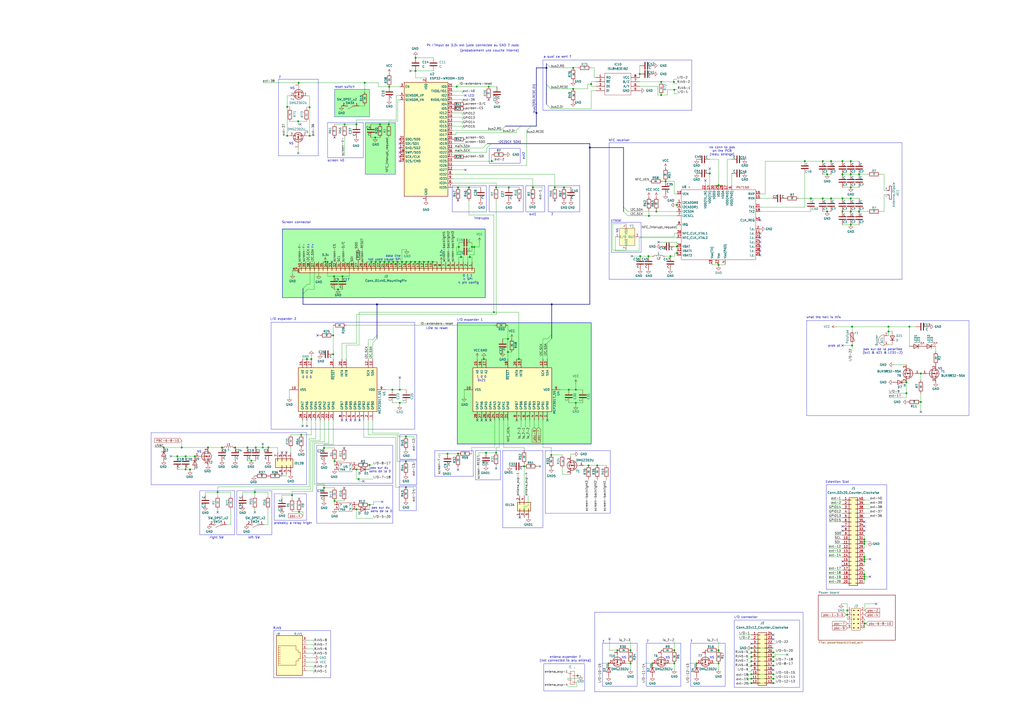
<source format=kicad_sch>
(kicad_sch (version 20250114) (generator "eeschema") (generator_version "9.0")
  (paper "A2")
  (title_block (title "Fabman bridge-v2") (date "2025-11-12") (rev "v0.1") (comment 1 "NS = Not sure of the component"))
  (rectangle (start 305.054 107.696) (end 315.976 122.936))
  (rectangle (start 479.298 281.178) (end 514.35 341.884))
  (rectangle (start 231.648 281.94) (end 241.554 296.164))
  (rectangle (start 183.642 281.432) (end 227.838 303.53))
  (rectangle (start 194.056 51.816) (end 214.376 67.818) (fill (type color) (color 150 255 150 0.8)))
  (rectangle (start 349.504 373.126) (end 369.57 398.018))
  (rectangle (start 315.468 385.064) (end 339.09 400.812))
  (rectangle (start 158.75 365.76) (end 191.77 393.192))
  (rectangle (start 275.844 261.366) (end 290.322 278.384))
  (rectangle (start 374.904 373.126) (end 394.97 398.018))
  (rectangle (start 87.63 250.952) (end 177.8 281.178))
  (rectangle (start 211.836 71.12) (end 229.362 101.092) (fill (type color) (color 150 255 150 0.8)))
  (rectangle (start 291.592 261.366) (end 314.96 306.07))
  (rectangle (start 318.008 107.696) (end 336.296 122.936))
  (rectangle (start 425.958 359.664) (end 463.804 398.78))
  (rectangle (start 314.96 34.798) (end 401.32 64.008))
  (rectangle (start 316.23 261.366) (end 354.076 297.688))
  (rectangle (start 163.83 132.842) (end 281.432 172.72))
  (rectangle (start 400.558 373.126) (end 420.624 398.018))
  (rectangle (start 183.642 258.318) (end 227.838 280.416))
  (rectangle (start 157.226 186.944) (end 240.538 248.92))
  (rectangle (start 161.544 45.974) (end 184.658 90.424))
  (rectangle (start 353.314 82.804) (end 523.24 162.052))
  (rectangle (start 344.932 355.092) (end 465.836 401.32))
  (rectangle (start 262.382 107.696) (end 282.194 122.936))
  (rectangle (start 159.004 286.512) (end 177.8 301.752))
  (rectangle (start 115.824 284.734) (end 136.144 310.134))
  (rectangle (start 265.176 187.198) (end 342.9 257.556))
  (rectangle (start 354.584 129.032) (end 371.856 146.304))
  (rectangle (start 283.718 107.696) (end 303.53 122.936))
  (rectangle (start 189.992 71.12) (end 210.82 91.44))
  (rectangle (start 252.222 261.366) (end 274.574 276.352))
  (rectangle (start 283.718 86.106) (end 301.752 94.742))
  (rectangle (start 163.83 132.842) (end 281.432 172.72) (fill (type color) (color 150 255 150 0.8)))
  (rectangle (start 231.902 252.222) (end 241.808 266.446))
  (rectangle (start 265.176 187.198) (end 342.9 257.556) (fill (type color) (color 150 255 150 0.8)))
  (rectangle (start 137.414 284.734) (end 157.734 310.134))
  (rectangle (start 467.868 185.928) (end 562.102 241.046))
  (rectangle (start 231.902 266.954) (end 241.808 281.178))
  (text "interupts" (at 279.4 126.746 0) (effects (font (size 1.27 1.27))))
  (text "data line" (at 228.092 148.59 0) (effects (font (size 1.27 1.27))))
  (text "prob pt" (at 483.87 200.66 0) (effects (font (size 1.27 1.27))))
  (text "Pk l'imput de 3.3v est juste connectee au GND ? :sob:" (at 274.32 26.416 0) (effects (font (size 1.27 1.27))))
  (text "0 0 0" (at 178.054 218.948 0) (effects (font (size 1.27 1.27))))
  (text "0 1 1 \n= SPI \n4 pin config\n" (at 271.78 162.052 0) (effects (font (size 1.27 1.27))))
  (text "NS\n" (at 115.57 262.128 0) (effects (font (size 1.27 1.27))))
  (text "1 0 0\n0x21" (at 279.4 219.71 0) (effects (font (size 1.27 1.27))))
  (text "LOW to reset" (at 253.492 190.5 0) (effects (font (size 1.27 1.27))))
  (text "NS" (at 168.91 83.312 0) (effects (font (size 1.27 1.27))))
  (text "cristal\n" (at 357.378 128.016 0) (effects (font (size 1.27 1.27))))
  (text "right SW\n" (at 125.73 311.912 0) (effects (font (size 1.27 1.27))))
  (text "(probablement une couche interne)" (at 283.972 29.464 0) (effects (font (size 1.27 1.27))))
  (text "I/O expander 1" (at 272.542 185.674 0) (effects (font (size 1.27 1.27))))
  (text "probably a relay triger\n" (at 169.926 303.53 0) (effects (font (size 1.27 1.27))))
  (text "what the hell is this" (at 477.774 184.15 0) (effects (font (size 1.27 1.27))))
  (text "X+" (at 178.816 142.748 90) (effects (font (size 1.27 1.27))))
  (text "no conn to pos\non the PCB\n(realy strange)" (at 418.846 87.63 0) (effects (font (size 1.27 1.27))))
  (text "left SW\n" (at 147.32 311.912 0) (effects (font (size 1.27 1.27))))
  (text "?\n" (at 401.066 372.11 0) (effects (font (size 1.27 1.27))))
  (text "ext2" (at 303.784 90.424 90) (effects (font (size 1.27 1.27))))
  (text "not used cause SPI" (at 223.012 150.622 0) (effects (font (size 1.27 1.27))))
  (text "+" (at 514.096 109.474 0) (effects (font (size 1.27 1.27))))
  (text "NS\n" (at 413.004 381.508 0) (effects (font (size 1.27 1.27))))
  (text "NS\n" (at 361.95 381.508 0) (effects (font (size 1.27 1.27))))
  (text "RJ45\n" (at 160.782 364.49 0) (effects (font (size 1.27 1.27))))
  (text "?" (at 162.306 44.958 0) (effects (font (size 1.27 1.27))))
  (text "?\n" (at 350.012 372.364 0) (effects (font (size 1.27 1.27))))
  (text "NS\n" (at 358.14 133.858 90) (effects (font (size 1.27 1.27))))
  (text "pas sur du \nsens de la D\n" (at 220.472 272.542 0) (effects (font (size 1.27 1.27))))
  (text "Extention Slot" (at 485.648 279.654 0) (effects (font (size 1.27 1.27))))
  (text "NS\n" (at 545.338 213.868 0) (effects (font (size 1.27 1.27))))
  (text "pas sur du \nsens de la D\n" (at 221.234 295.656 0) (effects (font (size 1.27 1.27))))
  (text "NFC receiver\n" (at 359.156 81.534 0) (effects (font (size 1.27 1.27))))
  (text "?" (at 320.294 124.46 0) (effects (font (size 1.27 1.27))))
  (text "ext1" (at 309.118 124.46 0) (effects (font (size 1.27 1.27))))
  (text "entena expender ?\n(not connected to any entena)" (at 327.914 382.27 0) (effects (font (size 1.27 1.27))))
  (text "NS" (at 169.672 51.308 0) (effects (font (size 1.27 1.27))))
  (text "pas sur de la polaritee\n(bz1 & d21 & LED1-2)" (at 512.064 203.708 0) (effects (font (size 1.27 1.27))))
  (text "?\n" (at 375.666 372.071 0) (effects (font (size 1.27 1.27))))
  (text "a quoi ca sert ?\n" (at 323.342 33.02 0) (effects (font (size 1.27 1.27))))
  (text "LED" (at 273.304 55.626 0) (effects (font (size 1.27 1.27))))
  (text "I/O expander 2" (at 164.338 185.166 0) (effects (font (size 1.27 1.27))))
  (text "reset switch" (at 199.898 50.546 0) (effects (font (size 1.27 1.27))))
  (text "Y+" (at 181.356 142.748 90) (effects (font (size 1.27 1.27))))
  (text "screen 40\n" (at 194.818 93.218 0) (effects (font (size 1.27 1.27))))
  (text "I/O connector\n" (at 432.562 358.14 0) (effects (font (size 1.27 1.27))))
  (text "NS\n" (at 387.35 381.508 0) (effects (font (size 1.27 1.27))))
  (text "-" (at 514.096 114.046 0) (effects (font (size 1.27 1.27))))
  (text "Screen connector" (at 171.958 129.032 0) (effects (font (size 1.27 1.27))))
  (junction (at 498.348 122.682))
  (junction (at 525.78 221.742))
  (junction (at 148.336 259.588))
  (junction (at 267.462 149.098))
  (junction (at 280.67 208.28))
  (junction (at 228.092 151.892))
  (junction (at 230.632 151.892))
  (junction (at 527.558 189.484))
  (junction (at 193.802 160.274))
  (junction (at 107.696 264.668))
  (junction (at 220.472 72.136))
  (junction (at 225.552 151.892))
  (junction (at 390.906 47.498))
  (junction (at 416.814 377.19))
  (junction (at 392.684 146.812))
  (junction (at 491.49 354.076))
  (junction (at 534.162 216.662))
  (junction (at 479.806 101.092))
  (junction (at 477.266 115.062))
  (junction (at 365.76 377.19))
  (junction (at 152.4 259.588))
  (junction (at 386.08 105.156))
  (junction (at 493.522 108.712))
  (junction (at 391.16 52.07))
  (junction (at 273.812 143.256))
  (junction (at 435.864 378.46))
  (junction (at 173.228 48.006))
  (junction (at 376.174 148.59))
  (junction (at 248.412 151.892))
  (junction (at 435.864 383.54))
  (junction (at 206.756 295.402))
  (junction (at 110.236 272.288))
  (junction (at 416.814 153.67))
  (junction (at 358.14 377.19))
  (junction (at 365.76 384.81))
  (junction (at 120.65 259.588))
  (junction (at 179.578 62.23))
  (junction (at 206.756 72.136))
  (junction (at 214.376 269.748))
  (junction (at 435.864 391.16))
  (junction (at 416.814 107.442))
  (junction (at 294.64 204.216))
  (junction (at 266.192 143.256))
  (junction (at 166.624 78.74))
  (junction (at 391.16 377.19))
  (junction (at 126.238 285.496))
  (junction (at 189.992 151.892))
  (junction (at 136.398 259.588))
  (junction (at 470.408 115.062))
  (junction (at 404.114 384.81))
  (junction (at 488.696 101.092))
  (junction (at 265.684 108.712))
  (junction (at 241.046 41.148))
  (junction (at 217.678 79.756))
  (junction (at 435.864 396.24))
  (junction (at 272.034 108.712))
  (junction (at 275.082 143.256))
  (junction (at 194.056 290.576))
  (junction (at 371.348 148.59))
  (junction (at 240.792 151.892))
  (junction (at 107.696 272.288))
  (junction (at 220.472 151.892))
  (junction (at 283.464 50.292))
  (junction (at 193.294 205.486))
  (junction (at 488.696 93.472))
  (junction (at 448.564 396.24))
  (junction (at 227.584 226.06))
  (junction (at 319.786 263.906))
  (junction (at 113.03 264.668))
  (junction (at 383.54 47.498))
  (junction (at 223.012 151.892))
  (junction (at 217.932 151.892))
  (junction (at 215.392 151.892))
  (junction (at 494.284 189.484))
  (junction (at 392.684 143.002))
  (junction (at 208.026 277.876))
  (junction (at 233.172 151.892))
  (junction (at 334.01 233.68))
  (junction (at 241.046 33.528))
  (junction (at 342.9 48.768))
  (junction (at 501.396 323.088))
  (junction (at 448.564 383.54))
  (junction (at 466.852 93.472))
  (junction (at 143.51 259.588))
  (junction (at 515.366 189.484))
  (junction (at 294.64 196.596))
  (junction (at 435.864 393.7))
  (junction (at 392.684 118.872))
  (junction (at 493.522 115.062))
  (junction (at 243.332 151.892))
  (junction (at 376.428 125.222))
  (junction (at 235.712 151.892))
  (junction (at 329.946 226.06))
  (junction (at 231.902 226.06))
  (junction (at 214.376 292.862))
  (junction (at 295.148 108.712))
  (junction (at 196.088 167.894))
  (junction (at 235.458 282.702))
  (junction (at 482.092 115.062))
  (junction (at 211.582 48.006))
  (junction (at 281.94 262.636))
  (junction (at 320.04 176.53))
  (junction (at 272.542 149.098))
  (junction (at 206.756 272.288))
  (junction (at 342.138 85.598))
  (junction (at 332.486 39.37))
  (junction (at 448.564 378.46))
  (junction (at 178.054 208.28))
  (junction (at 311.15 65.532))
  (junction (at 172.974 70.358))
  (junction (at 501.396 335.788))
  (junction (at 166.624 61.976))
  (junction (at 179.578 78.74))
  (junction (at 102.87 264.668))
  (junction (at 494.284 200.406))
  (junction (at 501.396 333.248))
  (junction (at 259.588 263.144))
  (junction (at 493.522 101.092))
  (junction (at 491.49 356.616))
  (junction (at 448.564 393.7))
  (junction (at 479.806 122.682))
  (junction (at 435.864 375.92))
  (junction (at 371.094 42.926))
  (junction (at 341.376 270.002))
  (junction (at 332.486 51.562))
  (junction (at 174.752 252.222))
  (junction (at 265.684 263.144))
  (junction (at 218.694 176.53))
  (junction (at 194.056 267.462))
  (junction (at 501.396 312.928))
  (junction (at 105.41 259.588))
  (junction (at 199.898 72.136))
  (junction (at 534.162 233.172))
  (junction (at 147.828 285.496))
  (junction (at 169.418 287.274))
  (junction (at 501.396 315.468))
  (junction (at 187.96 259.842))
  (junction (at 231.902 233.68))
  (junction (at 235.458 253.238))
  (junction (at 435.864 386.08))
  (junction (at 187.96 282.956))
  (junction (at 304.038 270.51))
  (junction (at 477.266 93.472))
  (junction (at 188.722 151.892))
  (junction (at 334.01 226.06))
  (junction (at 493.522 93.472))
  (junction (at 173.482 296.926))
  (junction (at 264.922 50.292))
  (junction (at 435.864 381))
  (junction (at 498.348 101.092))
  (junction (at 180.594 208.28))
  (junction (at 198.628 160.274))
  (junction (at 493.522 122.682))
  (junction (at 448.564 386.08))
  (junction (at 335.026 391.922))
  (junction (at 388.874 148.59))
  (junction (at 378.46 384.81))
  (junction (at 515.366 192.278))
  (junction (at 327.152 108.712))
  (junction (at 501.396 324.358))
  (junction (at 300.99 208.28))
  (junction (at 245.872 151.892))
  (junction (at 488.696 115.062))
  (junction (at 391.16 384.81))
  (junction (at 501.396 325.628))
  (junction (at 145.796 267.208))
  (junction (at 225.552 72.136))
  (junction (at 287.782 108.712))
  (junction (at 525.78 228.092))
  (junction (at 238.252 151.892))
  (junction (at 346.456 270.002))
  (junction (at 488.696 122.682))
  (junction (at 383.54 55.118))
  (junction (at 501.396 334.518))
  (junction (at 416.814 384.81))
  (junction (at 448.564 391.16))
  (junction (at 155.702 259.588))
  (junction (at 309.118 108.712))
  (junction (at 128.778 259.588))
  (junction (at 411.734 100.584))
  (junction (at 94.996 259.588))
  (junction (at 482.092 93.472))
  (junction (at 287.782 262.636))
  (junction (at 501.396 314.198))
  (junction (at 321.818 108.712))
  (junction (at 250.952 151.892))
  (junction (at 380.746 122.682))
  (junction (at 448.564 381))
  (junction (at 235.458 267.716))
  (junction (at 353.06 384.81))
  (junction (at 501.65 361.696))
  (junction (at 286.512 181.102))
  (junction (at 285.242 93.472))
  (junction (at 316.992 39.37))
  (junction (at 193.294 194.564))
  (junction (at 493.522 130.302))
  (junction (at 225.806 50.292))
  (no_connect (at 199.644 282.956))
  (no_connect (at 231.902 218.948))
  (no_connect (at 313.182 270.51))
  (no_connect (at 175.514 247.142))
  (no_connect (at 299.72 243.84))
  (no_connect (at 440.944 145.542))
  (no_connect (at 501.396 302.768))
  (no_connect (at 99.06 264.668))
  (no_connect (at 221.742 291.084))
  (no_connect (at 409.194 104.648))
  (no_connect (at 237.998 41.148))
  (no_connect (at 448.564 370.84))
  (no_connect (at 210.82 279.146))
  (no_connect (at 205.994 243.84))
  (no_connect (at 488.696 307.848))
  (no_connect (at 172.974 88.9))
  (no_connect (at 276.86 243.84))
  (no_connect (at 174.244 72.136))
  (no_connect (at 200.914 243.84))
  (no_connect (at 488.696 200.406))
  (no_connect (at 231.902 83.312))
  (no_connect (at 152.4 257.556))
  (no_connect (at 231.902 90.932))
  (no_connect (at 488.696 305.308))
  (no_connect (at 199.644 259.842))
  (no_connect (at 231.902 80.772))
  (no_connect (at 440.944 135.382))
  (no_connect (at 198.374 243.84))
  (no_connect (at 382.016 140.462))
  (no_connect (at 284.48 243.84))
  (no_connect (at 279.4 243.84))
  (no_connect (at 163.576 275.082))
  (no_connect (at 456.692 379.73))
  (no_connect (at 194.056 79.756))
  (no_connect (at 448.564 388.62))
  (no_connect (at 178.054 247.142))
  (no_connect (at 192.532 151.892))
  (no_connect (at 534.162 239.014))
  (no_connect (at 301.244 116.332))
  (no_connect (at 265.684 116.332))
  (no_connect (at 440.944 137.922))
  (no_connect (at 163.576 262.382))
  (no_connect (at 231.902 88.392))
  (no_connect (at 173.482 289.306))
  (no_connect (at 501.396 305.308))
  (no_connect (at 208.534 243.84))
  (no_connect (at 126.238 297.18))
  (no_connect (at 166.116 262.382))
  (no_connect (at 321.818 116.332))
  (no_connect (at 317.5 243.84))
  (no_connect (at 440.944 127.762))
  (no_connect (at 440.944 140.462))
  (no_connect (at 504.698 324.358))
  (no_connect (at 270.002 55.372))
  (no_connect (at 184.15 194.564))
  (no_connect (at 265.684 272.542))
  (no_connect (at 440.944 148.082))
  (no_connect (at 504.698 334.518))
  (no_connect (at 411.734 97.79))
  (no_connect (at 501.396 307.848))
  (no_connect (at 147.828 297.18))
  (no_connect (at 440.944 143.002))
  (no_connect (at 301.498 300.228))
  (no_connect (at 353.568 370.586))
  (no_connect (at 270.002 98.552))
  (no_connect (at 231.902 85.852))
  (no_connect (at 508.254 350.266))
  (no_connect (at 366.522 148.59))
  (no_connect (at 281.94 243.84))
  (no_connect (at 203.454 243.84))
  (no_connect (at 448.564 368.3))
  (no_connect (at 287.782 271.78))
  (no_connect (at 488.696 328.168))
  (no_connect (at 488.696 325.628))
  (no_connect (at 231.902 93.472))
  (no_connect (at 435.864 373.38))
  (no_connect (at 283.464 57.912))
  (bus_entry (at 320.04 196.342) (size -2.54 2.54))
  (bus_entry (at 361.696 122.682) (size 2.54 2.54))
  (bus_entry (at 284.988 83.312) (size -2.54 2.54))
  (bus_entry (at 175.768 170.434) (size 2.54 -2.54))
  (bus_entry (at 320.04 194.056) (size -2.54 2.54))
  (bus_entry (at 293.116 73.152) (size -2.54 2.54))
  (bus_entry (at 316.992 60.452) (size 2.54 2.54))
  (bus_entry (at 361.696 120.142) (size 2.54 2.54))
  (bus_entry (at 218.694 194.564) (size -2.54 2.54))
  (bus_entry (at 308.102 73.152) (size -2.54 2.54))
  (bus_entry (at 282.702 83.312) (size -2.54 2.54))
  (bus_entry (at 316.992 36.83) (size 2.54 2.54))
  (bus_entry (at 316.992 49.022) (size 2.54 2.54))
  (bus_entry (at 302.006 73.152) (size -2.54 2.54))
  (bus_entry (at 175.768 167.386) (size 2.54 -2.54))
  (bus_entry (at 218.694 196.342) (size -2.54 2.54))
  (wire (pts (xy 314.96 243.84) (xy 314.96 259.588)))
  (wire (pts (xy 216.408 269.748) (xy 214.376 269.748)))
  (wire (pts (xy 272.034 124.714) (xy 286.512 124.714)))
  (wire (pts (xy 329.438 398.272) (xy 334.518 398.272)))
  (wire (pts (xy 187.96 259.842) (xy 194.056 259.842)))
  (wire (pts (xy 434.086 391.16) (xy 435.864 391.16)))
  (wire (pts (xy 501.396 324.358) (xy 501.396 325.628)))
  (wire (pts (xy 371.348 148.59) (xy 376.174 148.59)))
  (wire (pts (xy 262.382 93.472) (xy 285.242 93.472)))
  (wire (pts (xy 321.818 108.712) (xy 321.818 101.092)))
  (wire (pts (xy 179.578 62.23) (xy 179.578 78.74)))
  (wire (pts (xy 268.224 65.532) (xy 262.382 65.532)))
  (wire (pts (xy 268.224 66.802) (xy 268.224 65.532)))
  (wire (pts (xy 527.558 189.484) (xy 527.558 200.914)))
  (wire (pts (xy 295.656 270.51) (xy 296.418 270.51)))
  (wire (pts (xy 271.272 149.098) (xy 271.272 151.892)))
  (wire (pts (xy 102.87 272.288) (xy 107.696 272.288)))
  (wire (pts (xy 177.8 70.358) (xy 172.974 70.358)))
  (wire (pts (xy 479.806 101.092) (xy 477.266 101.092)))
  (bus (pts (xy 316.992 39.37) (xy 316.992 49.022)))
  (wire (pts (xy 416.814 107.442) (xy 419.354 107.442)))
  (wire (pts (xy 351.79 278.638) (xy 351.79 277.622)))
  (wire (pts (xy 175.768 296.926) (xy 175.768 299.212)))
  (wire (pts (xy 470.408 115.062) (xy 477.266 115.062)))
  (wire (pts (xy 119.126 294.894) (xy 119.126 293.624)))
  (wire (pts (xy 179.578 55.626) (xy 179.578 62.23)))
  (wire (pts (xy 152.4 259.588) (xy 152.4 257.556)))
  (bus (pts (xy 218.694 176.53) (xy 218.694 194.564)))
  (wire (pts (xy 215.392 151.892) (xy 217.932 151.892)))
  (wire (pts (xy 265.684 108.712) (xy 272.034 108.712)))
  (wire (pts (xy 273.812 140.716) (xy 273.812 143.256)))
  (wire (pts (xy 275.082 143.256) (xy 275.082 147.828)))
  (wire (pts (xy 334.01 222.758) (xy 334.01 226.06)))
  (wire (pts (xy 510.794 101.092) (xy 512.826 101.092)))
  (wire (pts (xy 241.046 45.212) (xy 247.142 45.212)))
  (wire (pts (xy 189.992 160.274) (xy 193.802 160.274)))
  (wire (pts (xy 196.088 167.894) (xy 198.628 167.894)))
  (wire (pts (xy 434.086 397.51) (xy 434.086 396.24)))
  (wire (pts (xy 216.408 277.876) (xy 208.026 277.876)))
  (wire (pts (xy 179.324 254.508) (xy 183.134 254.508)))
  (wire (pts (xy 342.9 39.37) (xy 344.678 39.37)))
  (wire (pts (xy 329.438 393.446) (xy 329.438 394.462)))
  (wire (pts (xy 488.696 101.092) (xy 493.522 101.092)))
  (wire (pts (xy 181.864 384.048) (xy 178.054 384.048)))
  (wire (pts (xy 463.296 115.062) (xy 470.408 115.062)))
  (wire (pts (xy 272.034 108.712) (xy 278.892 108.712)))
  (wire (pts (xy 480.822 302.768) (xy 488.696 302.768)))
  (wire (pts (xy 503.174 122.682) (xy 498.348 122.682)))
  (wire (pts (xy 319.786 259.588) (xy 319.786 263.906)))
  (wire (pts (xy 364.236 125.222) (xy 376.428 125.222)))
  (wire (pts (xy 268.478 58.928) (xy 268.224 58.928)))
  (wire (pts (xy 105.41 259.588) (xy 120.65 259.588)))
  (wire (pts (xy 262.382 88.392) (xy 282.448 88.392)))
  (wire (pts (xy 335.026 393.446) (xy 335.026 391.922)))
  (wire (pts (xy 268.732 149.098) (xy 268.732 151.892)))
  (wire (pts (xy 155.448 295.402) (xy 155.448 304.292)))
  (wire (pts (xy 283.464 50.292) (xy 288.29 50.292)))
  (wire (pts (xy 167.894 78.74) (xy 166.624 78.74)))
  (wire (pts (xy 501.396 314.198) (xy 501.396 315.468)))
  (wire (pts (xy 268.224 69.342) (xy 268.224 68.072)))
  (wire (pts (xy 220.472 151.892) (xy 223.012 151.892)))
  (wire (pts (xy 287.782 270.256) (xy 287.782 271.78)))
  (wire (pts (xy 332.74 263.398) (xy 330.962 263.398)))
  (wire (pts (xy 420.624 153.162) (xy 420.624 153.67)))
  (wire (pts (xy 206.756 272.288) (xy 206.756 277.876)))
  (wire (pts (xy 480.822 300.228) (xy 488.696 300.228)))
  (wire (pts (xy 428.752 368.3) (xy 435.864 368.3)))
  (wire (pts (xy 300.99 208.28) (xy 302.26 208.28)))
  (wire (pts (xy 265.684 270.764) (xy 265.684 272.542)))
  (wire (pts (xy 126.238 285.496) (xy 126.238 287.782)))
  (wire (pts (xy 178.308 167.894) (xy 182.372 167.894)))
  (wire (pts (xy 215.138 72.136) (xy 220.472 72.136)))
  (wire (pts (xy 264.414 76.962) (xy 264.414 78.232)))
  (wire (pts (xy 240.03 268.986) (xy 241.046 268.986)))
  (wire (pts (xy 332.486 39.37) (xy 335.28 39.37)))
  (wire (pts (xy 329.946 233.68) (xy 334.01 233.68)))
  (wire (pts (xy 206.756 300.736) (xy 206.756 295.402)))
  (wire (pts (xy 223.012 151.892) (xy 225.552 151.892)))
  (wire (pts (xy 512.826 101.092) (xy 512.826 110.49)))
  (wire (pts (xy 501.65 359.156) (xy 501.65 361.696)))
  (wire (pts (xy 392.684 140.462) (xy 392.684 143.002)))
  (wire (pts (xy 254.508 264.414) (xy 254.508 263.144)))
  (wire (pts (xy 145.796 267.208) (xy 148.336 267.208)))
  (wire (pts (xy 477.266 115.062) (xy 482.092 115.062)))
  (wire (pts (xy 371.094 50.038) (xy 381.508 50.038)))
  (wire (pts (xy 268.224 71.882) (xy 268.224 70.612)))
  (wire (pts (xy 376.174 148.59) (xy 378.206 148.59)))
  (bus (pts (xy 316.992 49.022) (xy 316.992 60.452)))
  (wire (pts (xy 449.834 396.24) (xy 448.564 396.24)))
  (wire (pts (xy 193.294 205.486) (xy 193.294 208.28)))
  (wire (pts (xy 140.716 285.496) (xy 147.828 285.496)))
  (wire (pts (xy 321.818 108.712) (xy 327.152 108.712)))
  (wire (pts (xy 268.224 70.612) (xy 262.382 70.612)))
  (wire (pts (xy 515.366 189.484) (xy 515.366 192.278)))
  (wire (pts (xy 229.616 253.746) (xy 229.616 282.702)))
  (wire (pts (xy 294.64 196.596) (xy 294.64 204.216)))
  (wire (pts (xy 380.746 121.92) (xy 380.746 122.682)))
  (wire (pts (xy 504.698 297.688) (xy 501.396 297.688)))
  (wire (pts (xy 198.374 199.136) (xy 198.374 208.28)))
  (wire (pts (xy 434.086 389.382) (xy 435.864 389.382)))
  (wire (pts (xy 466.852 93.472) (xy 466.852 93.218)))
  (wire (pts (xy 391.16 135.382) (xy 392.684 135.382)))
  (wire (pts (xy 262.382 103.632) (xy 309.118 103.632)))
  (bus (pts (xy 342.138 85.598) (xy 361.696 85.598)))
  (wire (pts (xy 515.366 192.278) (xy 517.652 192.278)))
  (wire (pts (xy 228.092 151.892) (xy 230.632 151.892)))
  (wire (pts (xy 413.004 153.162) (xy 413.004 153.67)))
  (wire (pts (xy 216.662 292.862) (xy 214.376 292.862)))
  (wire (pts (xy 525.78 228.092) (xy 525.78 230.632)))
  (wire (pts (xy 272.542 147.828) (xy 272.542 149.098)))
  (wire (pts (xy 99.06 264.668) (xy 102.87 264.668)))
  (wire (pts (xy 268.224 57.912) (xy 262.382 57.912)))
  (wire (pts (xy 342.9 50.038) (xy 345.694 50.038)))
  (wire (pts (xy 163.576 296.672) (xy 163.576 295.402)))
  (wire (pts (xy 262.382 108.712) (xy 265.684 108.712)))
  (wire (pts (xy 501.65 361.696) (xy 501.65 364.236)))
  (wire (pts (xy 178.308 164.846) (xy 179.832 164.846)))
  (wire (pts (xy 180.594 252.222) (xy 174.752 252.222)))
  (wire (pts (xy 440.944 115.062) (xy 448.056 115.062)))
  (wire (pts (xy 326.136 275.082) (xy 330.962 275.082)))
  (wire (pts (xy 187.452 151.892) (xy 188.722 151.892)))
  (wire (pts (xy 449.834 393.7) (xy 448.564 393.7)))
  (wire (pts (xy 346.456 270.002) (xy 351.79 270.002)))
  (wire (pts (xy 421.894 107.442) (xy 421.894 92.456)))
  (wire (pts (xy 208.026 277.876) (xy 208.026 279.146)))
  (wire (pts (xy 184.15 194.564) (xy 185.674 194.564)))
  (wire (pts (xy 420.624 153.67) (xy 416.814 153.67)))
  (wire (pts (xy 304.038 293.624) (xy 306.324 293.624)))
  (wire (pts (xy 435.864 379.222) (xy 435.864 378.46)))
  (wire (pts (xy 416.814 388.366) (xy 416.814 384.81)))
  (wire (pts (xy 440.944 120.142) (xy 466.852 120.142)))
  (wire (pts (xy 240.03 267.716) (xy 235.458 267.716)))
  (wire (pts (xy 107.696 272.288) (xy 110.236 272.288)))
  (wire (pts (xy 268.224 73.152) (xy 262.382 73.152)))
  (wire (pts (xy 217.678 79.756) (xy 220.472 79.756)))
  (wire (pts (xy 269.24 230.378) (xy 269.24 226.06)))
  (wire (pts (xy 493.522 130.302) (xy 498.348 130.302)))
  (wire (pts (xy 304.038 270.51) (xy 304.038 287.528)))
  (wire (pts (xy 152.4 259.588) (xy 155.702 259.588)))
  (wire (pts (xy 371.094 47.498) (xy 383.54 47.498)))
  (wire (pts (xy 309.88 243.84) (xy 309.88 247.904)))
  (wire (pts (xy 390.906 48.514) (xy 392.684 48.514)))
  (wire (pts (xy 304.8 247.904) (xy 304.8 243.84)))
  (wire (pts (xy 180.594 208.28) (xy 178.054 208.28)))
  (wire (pts (xy 501.65 350.266) (xy 508.254 350.266)))
  (wire (pts (xy 366.522 148.59) (xy 371.348 148.59)))
  (wire (pts (xy 270.002 61.214) (xy 270.002 60.452)))
  (wire (pts (xy 319.786 263.906) (xy 326.136 263.906)))
  (wire (pts (xy 466.852 93.472) (xy 477.266 93.472)))
  (wire (pts (xy 262.382 55.372) (xy 270.002 55.372)))
  (wire (pts (xy 266.446 49.53) (xy 264.922 49.53)))
  (wire (pts (xy 384.302 105.156) (xy 386.08 105.156)))
  (wire (pts (xy 235.712 226.06) (xy 231.902 226.06)))
  (wire (pts (xy 190.754 257.048) (xy 190.754 243.84)))
  (wire (pts (xy 501.396 312.928) (xy 501.396 314.198)))
  (wire (pts (xy 185.674 255.524) (xy 185.674 243.84)))
  (wire (pts (xy 241.046 32.766) (xy 241.046 33.528)))
  (wire (pts (xy 391.16 137.414) (xy 391.16 135.382)))
  (wire (pts (xy 307.34 243.84) (xy 307.34 247.904)))
  (bus (pts (xy 310.896 65.532) (xy 311.15 65.532)))
  (wire (pts (xy 314.96 259.588) (xy 319.786 259.588)))
  (wire (pts (xy 163.576 287.274) (xy 169.418 287.274)))
  (wire (pts (xy 391.16 52.07) (xy 392.938 52.07)))
  (wire (pts (xy 182.372 280.924) (xy 187.96 280.924)))
  (wire (pts (xy 94.996 259.588) (xy 105.41 259.588)))
  (wire (pts (xy 221.742 291.084) (xy 216.662 291.084)))
  (wire (pts (xy 267.462 147.828) (xy 267.462 149.098)))
  (wire (pts (xy 344.678 39.37) (xy 344.678 44.958)))
  (wire (pts (xy 391.16 372.364) (xy 391.16 377.19)))
  (wire (pts (xy 182.118 377.444) (xy 181.864 377.444)))
  (wire (pts (xy 480.822 330.708) (xy 488.696 330.708)))
  (wire (pts (xy 230.378 252.222) (xy 213.614 252.222)))
  (wire (pts (xy 229.87 55.372) (xy 231.902 55.372)))
  (wire (pts (xy 262.382 96.012) (xy 305.562 96.012)))
  (wire (pts (xy 182.118 379.984) (xy 181.864 379.984)))
  (wire (pts (xy 147.828 285.496) (xy 155.448 285.496)))
  (wire (pts (xy 181.356 284.988) (xy 169.418 284.988)))
  (wire (pts (xy 102.87 264.668) (xy 107.696 264.668)))
  (wire (pts (xy 391.16 112.522) (xy 392.684 112.522)))
  (wire (pts (xy 504.698 300.228) (xy 501.396 300.228)))
  (wire (pts (xy 304.038 300.228) (xy 304.038 293.624)))
  (wire (pts (xy 287.782 181.61) (xy 287.782 116.332)))
  (wire (pts (xy 518.414 211.582) (xy 525.78 211.582)))
  (wire (pts (xy 248.412 151.892) (xy 250.952 151.892)))
  (wire (pts (xy 207.01 182.372) (xy 288.036 182.372)))
  (wire (pts (xy 268.224 52.832) (xy 262.382 52.832)))
  (wire (pts (xy 231.14 251.206) (xy 216.154 251.206)))
  (wire (pts (xy 167.894 230.632) (xy 167.894 226.06)))
  (wire (pts (xy 479.806 122.682) (xy 482.092 122.682)))
  (wire (pts (xy 435.864 375.92) (xy 448.564 375.92)))
  (wire (pts (xy 211.582 48.006) (xy 219.456 48.006)))
  (wire (pts (xy 206.756 69.596) (xy 206.756 72.136)))
  (wire (pts (xy 245.872 151.892) (xy 248.412 151.892)))
  (wire (pts (xy 152.4 48.006) (xy 173.228 48.006)))
  (wire (pts (xy 294.64 204.216) (xy 294.64 208.28)))
  (wire (pts (xy 428.752 370.84) (xy 435.864 370.84)))
  (wire (pts (xy 193.294 188.722) (xy 193.294 194.564)))
  (wire (pts (xy 182.118 387.604) (xy 181.864 387.604)))
  (wire (pts (xy 126.238 295.402) (xy 126.238 297.18)))
  (wire (pts (xy 449.834 373.38) (xy 448.564 373.38)))
  (wire (pts (xy 276.86 207.518) (xy 276.86 208.28)))
  (wire (pts (xy 289.56 243.84) (xy 289.56 259.588)))
  (wire (pts (xy 356.87 137.414) (xy 356.87 145.542)))
  (wire (pts (xy 289.56 259.588) (xy 287.782 259.588)))
  (wire (pts (xy 353.568 370.586) (xy 353.568 377.19)))
  (wire (pts (xy 235.966 144.78) (xy 233.172 144.78)))
  (wire (pts (xy 501.396 333.248) (xy 501.396 334.518)))
  (wire (pts (xy 501.396 290.068) (xy 504.698 290.068)))
  (wire (pts (xy 172.974 72.136) (xy 174.244 72.136)))
  (wire (pts (xy 491.49 359.156) (xy 491.49 356.616)))
  (wire (pts (xy 371.094 38.1) (xy 371.094 42.926)))
  (wire (pts (xy 194.056 72.136) (xy 199.898 72.136)))
  (wire (pts (xy 270.002 98.552) (xy 262.382 98.552)))
  (wire (pts (xy 266.192 149.098) (xy 266.192 151.892)))
  (wire (pts (xy 480.822 318.008) (xy 488.696 318.008)))
  (wire (pts (xy 485.14 189.484) (xy 494.284 189.484)))
  (wire (pts (xy 501.396 320.548) (xy 501.396 323.088)))
  (wire (pts (xy 213.614 197.104) (xy 216.154 197.104)))
  (wire (pts (xy 435.864 378.46) (xy 448.564 378.46)))
  (wire (pts (xy 515.366 189.484) (xy 527.558 189.484)))
  (wire (pts (xy 488.696 93.472) (xy 493.522 93.472)))
  (wire (pts (xy 336.804 391.922) (xy 335.026 391.922)))
  (wire (pts (xy 173.482 296.926) (xy 169.418 296.926)))
  (wire (pts (xy 299.466 75.692) (xy 299.466 76.962)))
  (wire (pts (xy 184.912 159.258) (xy 184.912 151.892)))
  (wire (pts (xy 515.62 228.092) (xy 525.78 228.092)))
  (wire (pts (xy 268.478 69.342) (xy 268.224 69.342)))
  (wire (pts (xy 414.274 107.442) (xy 416.814 107.442)))
  (wire (pts (xy 391.922 118.872) (xy 392.684 118.872)))
  (wire (pts (xy 180.594 206.248) (xy 180.594 208.28)))
  (wire (pts (xy 178.054 247.142) (xy 178.054 243.84)))
  (wire (pts (xy 264.922 147.828) (xy 267.462 147.828)))
  (wire (pts (xy 200.914 188.722) (xy 287.02 188.722)))
  (wire (pts (xy 182.118 372.364) (xy 181.864 372.364)))
  (wire (pts (xy 285.242 93.472) (xy 285.242 89.662)))
  (wire (pts (xy 194.056 267.462) (xy 194.056 269.748)))
  (wire (pts (xy 179.578 78.74) (xy 178.054 78.74)))
  (wire (pts (xy 334.518 398.272) (xy 334.518 395.732)))
  (wire (pts (xy 434.086 392.43) (xy 434.086 391.16)))
  (wire (pts (xy 126.238 285.496) (xy 133.858 285.496)))
  (wire (pts (xy 211.074 253.746) (xy 211.074 243.84)))
  (wire (pts (xy 376.428 121.92) (xy 376.428 125.222)))
  (wire (pts (xy 435.864 384.302) (xy 435.864 383.54)))
  (wire (pts (xy 202.692 151.892) (xy 202.692 160.274)))
  (wire (pts (xy 542.798 203.962) (xy 542.798 200.914)))
  (wire (pts (xy 493.522 108.712) (xy 498.348 108.712)))
  (wire (pts (xy 225.806 50.292) (xy 231.902 50.292)))
  (wire (pts (xy 338.582 270.002) (xy 341.376 270.002)))
  (wire (pts (xy 300.99 181.102) (xy 286.512 181.102)))
  (wire (pts (xy 208.28 181.102) (xy 286.512 181.102)))
  (wire (pts (xy 435.864 391.16) (xy 448.564 391.16)))
  (bus (pts (xy 311.15 73.152) (xy 308.102 73.152)))
  (wire (pts (xy 182.118 374.904) (xy 181.864 374.904)))
  (wire (pts (xy 217.932 151.892) (xy 220.472 151.892)))
  (wire (pts (xy 187.96 280.924) (xy 187.96 282.956)))
  (wire (pts (xy 183.134 254.508) (xy 183.134 243.84)))
  (wire (pts (xy 479.806 101.092) (xy 482.092 101.092)))
  (wire (pts (xy 501.396 323.088) (xy 501.396 324.358)))
  (wire (pts (xy 194.056 290.576) (xy 194.056 292.862)))
  (wire (pts (xy 268.224 74.422) (xy 268.224 73.152)))
  (wire (pts (xy 387.096 52.07) (xy 391.16 52.07)))
  (wire (pts (xy 371.094 42.926) (xy 371.094 44.958)))
  (wire (pts (xy 181.864 372.364) (xy 181.864 371.348)))
  (wire (pts (xy 213.614 252.222) (xy 213.614 243.84)))
  (wire (pts (xy 299.72 208.28) (xy 300.99 208.28)))
  (wire (pts (xy 355.346 129.794) (xy 363.22 129.794)))
  (wire (pts (xy 480.822 338.328) (xy 488.696 338.328)))
  (wire (pts (xy 534.162 216.662) (xy 535.178 216.662)))
  (wire (pts (xy 334.01 233.68) (xy 338.074 233.68)))
  (wire (pts (xy 494.284 189.484) (xy 515.366 189.484)))
  (wire (pts (xy 435.864 396.24) (xy 448.564 396.24)))
  (wire (pts (xy 233.172 151.892) (xy 235.712 151.892)))
  (wire (pts (xy 502.412 361.696) (xy 501.65 361.696)))
  (wire (pts (xy 166.116 276.098) (xy 163.322 276.098)))
  (wire (pts (xy 390.906 48.514) (xy 390.906 47.498)))
  (wire (pts (xy 435.864 393.7) (xy 448.564 393.7)))
  (wire (pts (xy 193.294 194.564) (xy 193.294 205.486)))
  (wire (pts (xy 189.992 151.892) (xy 189.992 160.274)))
  (wire (pts (xy 140.716 294.894) (xy 140.716 293.624)))
  (wire (pts (xy 177.8 62.23) (xy 179.578 62.23)))
  (wire (pts (xy 181.864 373.888) (xy 178.054 373.888)))
  (wire (pts (xy 287.02 259.588) (xy 273.558 259.588)))
  (wire (pts (xy 229.87 69.596) (xy 206.756 69.596)))
  (wire (pts (xy 133.858 285.496) (xy 133.858 287.782)))
  (wire (pts (xy 272.542 149.098) (xy 273.812 149.098)))
  (wire (pts (xy 182.118 390.398) (xy 181.864 390.398)))
  (bus (pts (xy 302.006 73.152) (xy 308.102 73.152)))
  (wire (pts (xy 534.162 220.472) (xy 534.162 216.662)))
  (wire (pts (xy 233.172 144.78) (xy 233.172 151.892)))
  (bus (pts (xy 218.694 176.53) (xy 175.768 176.53)))
  (wire (pts (xy 435.864 383.54) (xy 448.564 383.54)))
  (wire (pts (xy 216.408 300.736) (xy 206.756 300.736)))
  (wire (pts (xy 488.696 108.712) (xy 493.522 108.712)))
  (wire (pts (xy 294.64 188.722) (xy 294.64 196.596)))
  (wire (pts (xy 355.346 145.034) (xy 355.346 129.794)))
  (wire (pts (xy 286.512 124.714) (xy 286.512 181.102)))
  (wire (pts (xy 391.16 384.81) (xy 388.62 384.81)))
  (wire (pts (xy 169.418 287.274) (xy 169.418 289.306)))
  (wire (pts (xy 155.448 304.292) (xy 153.162 304.292)))
  (wire (pts (xy 287.782 259.588) (xy 287.782 262.636)))
  (wire (pts (xy 148.336 259.588) (xy 152.4 259.588)))
  (wire (pts (xy 480.822 295.148) (xy 488.696 295.148)))
  (wire (pts (xy 220.726 72.39) (xy 220.472 72.39)))
  (wire (pts (xy 335.026 391.922) (xy 334.518 391.922)))
  (wire (pts (xy 435.864 389.382) (xy 435.864 388.62)))
  (wire (pts (xy 241.046 41.148) (xy 241.046 45.212)))
  (wire (pts (xy 229.87 69.596) (xy 229.87 55.372)))
  (bus (pts (xy 311.15 65.532) (xy 311.15 73.152)))
  (wire (pts (xy 269.748 83.312) (xy 262.382 83.312)))
  (wire (pts (xy 440.944 112.522) (xy 443.992 112.522)))
  (wire (pts (xy 173.228 48.006) (xy 211.582 48.006)))
  (wire (pts (xy 273.812 143.256) (xy 273.812 145.796)))
  (wire (pts (xy 182.372 167.894) (xy 182.372 151.892)))
  (wire (pts (xy 392.684 132.842) (xy 392.43 132.842)))
  (wire (pts (xy 230.378 267.716) (xy 235.458 267.716)))
  (wire (pts (xy 240.03 254.508) (xy 240.03 253.238)))
  (wire (pts (xy 358.14 377.19) (xy 353.568 377.19)))
  (wire (pts (xy 488.696 290.068) (xy 482.092 290.068)))
  (wire (pts (xy 179.832 164.846) (xy 179.832 151.892)))
  (wire (pts (xy 89.662 259.588) (xy 94.996 259.588)))
  (wire (pts (xy 449.58 379.73) (xy 449.58 381)))
  (wire (pts (xy 501.396 334.518) (xy 504.698 334.518)))
  (bus (pts (xy 293.116 73.152) (xy 302.006 73.152)))
  (wire (pts (xy 416.814 372.364) (xy 416.814 377.19)))
  (wire (pts (xy 267.462 149.098) (xy 268.732 149.098)))
  (wire (pts (xy 198.628 160.274) (xy 202.692 160.274)))
  (wire (pts (xy 169.672 159.004) (xy 169.672 156.972)))
  (wire (pts (xy 434.086 386.842) (xy 435.864 386.842)))
  (wire (pts (xy 515.366 199.898) (xy 517.652 199.898)))
  (wire (pts (xy 383.54 47.498) (xy 390.906 47.498)))
  (wire (pts (xy 501.396 335.788) (xy 501.396 338.328)))
  (wire (pts (xy 482.092 292.608) (xy 488.696 292.608)))
  (wire (pts (xy 392.938 54.356) (xy 391.16 54.356)))
  (wire (pts (xy 214.376 269.748) (xy 214.376 272.288)))
  (wire (pts (xy 240.03 253.238) (xy 235.458 253.238)))
  (wire (pts (xy 285.242 93.472) (xy 286.766 93.472)))
  (wire (pts (xy 175.514 243.84) (xy 175.514 247.142)))
  (bus (pts (xy 320.04 194.056) (xy 320.04 196.342)))
  (wire (pts (xy 434.086 394.97) (xy 434.086 393.7)))
  (wire (pts (xy 488.696 130.302) (xy 493.522 130.302)))
  (wire (pts (xy 287.782 108.712) (xy 295.148 108.712)))
  (wire (pts (xy 208.28 61.468) (xy 211.582 61.468)))
  (wire (pts (xy 172.974 70.358) (xy 168.148 70.358)))
  (wire (pts (xy 300.99 181.102) (xy 300.99 208.28)))
  (wire (pts (xy 413.004 153.67) (xy 416.814 153.67)))
  (wire (pts (xy 254.508 263.144) (xy 259.588 263.144)))
  (wire (pts (xy 477.266 93.472) (xy 482.092 93.472)))
  (wire (pts (xy 380.746 122.682) (xy 392.684 122.682)))
  (wire (pts (xy 231.902 218.948) (xy 231.902 226.06)))
  (wire (pts (xy 494.284 189.484) (xy 494.284 191.77)))
  (wire (pts (xy 295.148 108.712) (xy 301.244 108.712)))
  (wire (pts (xy 264.922 49.53) (xy 264.922 50.292)))
  (wire (pts (xy 449.58 381) (xy 448.564 381)))
  (wire (pts (xy 443.992 93.472) (xy 466.852 93.472)))
  (bus (pts (xy 320.04 176.53) (xy 342.138 176.53)))
  (wire (pts (xy 512.826 113.03) (xy 512.826 122.682)))
  (wire (pts (xy 200.914 200.152) (xy 200.914 208.28)))
  (wire (pts (xy 136.398 259.588) (xy 143.51 259.588)))
  (wire (pts (xy 207.01 199.136) (xy 207.01 182.372)))
  (wire (pts (xy 188.722 151.892) (xy 189.992 151.892)))
  (wire (pts (xy 238.252 151.892) (xy 240.792 151.892)))
  (wire (pts (xy 216.662 291.084) (xy 216.662 292.862)))
  (wire (pts (xy 270.002 63.754) (xy 270.002 62.992)))
  (wire (pts (xy 181.864 371.348) (xy 178.054 371.348)))
  (wire (pts (xy 168.148 61.976) (xy 168.148 62.738)))
  (wire (pts (xy 166.116 275.082) (xy 166.116 276.098)))
  (wire (pts (xy 480.822 335.788) (xy 488.696 335.788)))
  (wire (pts (xy 288.036 181.61) (xy 287.782 181.61)))
  (wire (pts (xy 385.826 148.59) (xy 388.874 148.59)))
  (wire (pts (xy 241.046 33.528) (xy 251.46 33.528)))
  (wire (pts (xy 182.626 78.74) (xy 179.578 78.74)))
  (wire (pts (xy 181.864 390.398) (xy 181.864 389.128)))
  (wire (pts (xy 332.486 51.562) (xy 340.868 51.562)))
  (wire (pts (xy 342.9 48.768) (xy 342.9 50.038)))
  (wire (pts (xy 388.874 148.59) (xy 391.414 148.59)))
  (wire (pts (xy 392.684 145.542) (xy 392.684 146.812)))
  (wire (pts (xy 501.396 324.358) (xy 504.698 324.358)))
  (wire (pts (xy 275.082 143.256) (xy 278.13 143.256)))
  (wire (pts (xy 198.374 199.136) (xy 207.01 199.136)))
  (wire (pts (xy 434.086 393.7) (xy 435.864 393.7)))
  (wire (pts (xy 391.16 54.356) (xy 391.16 52.07)))
  (wire (pts (xy 424.434 107.442) (xy 424.434 100.584)))
  (wire (pts (xy 329.946 226.06) (xy 325.12 226.06)))
  (wire (pts (xy 435.864 381.762) (xy 435.864 381)))
  (wire (pts (xy 370.84 137.922) (xy 392.684 137.922)))
  (wire (pts (xy 187.96 282.956) (xy 194.056 282.956)))
  (wire (pts (xy 374.396 384.81) (xy 378.46 384.81)))
  (wire (pts (xy 294.64 247.904) (xy 294.64 243.84)))
  (wire (pts (xy 484.124 312.928) (xy 488.696 312.928)))
  (wire (pts (xy 182.372 257.048) (xy 190.754 257.048)))
  (wire (pts (xy 235.712 151.892) (xy 238.252 151.892)))
  (wire (pts (xy 231.902 226.06) (xy 227.584 226.06)))
  (wire (pts (xy 227.584 226.06) (xy 223.774 226.06)))
  (wire (pts (xy 490.728 356.616) (xy 491.49 356.616)))
  (wire (pts (xy 466.852 100.838) (xy 466.852 120.142)))
  (wire (pts (xy 501.396 315.468) (xy 501.396 318.008)))
  (wire (pts (xy 241.046 41.148) (xy 251.46 41.148)))
  (wire (pts (xy 488.696 200.406) (xy 494.284 200.406)))
  (wire (pts (xy 181.864 376.428) (xy 178.054 376.428)))
  (wire (pts (xy 264.922 50.292) (xy 283.464 50.292)))
  (wire (pts (xy 329.438 393.446) (xy 335.026 393.446)))
  (bus (pts (xy 175.768 176.53) (xy 175.768 170.434)))
  (wire (pts (xy 208.28 200.152) (xy 208.28 181.102)))
  (wire (pts (xy 179.324 282.448) (xy 126.238 282.448)))
  (wire (pts (xy 181.864 377.444) (xy 181.864 376.428)))
  (wire (pts (xy 493.522 101.092) (xy 498.348 101.092)))
  (wire (pts (xy 133.858 304.292) (xy 131.572 304.292)))
  (wire (pts (xy 364.236 122.682) (xy 380.746 122.682)))
  (wire (pts (xy 491.49 356.616) (xy 491.49 354.076)))
  (wire (pts (xy 387.096 55.118) (xy 387.096 52.07)))
  (bus (pts (xy 361.696 120.142) (xy 361.696 122.682)))
  (wire (pts (xy 147.828 295.402) (xy 147.828 297.18)))
  (wire (pts (xy 392.684 118.872) (xy 392.684 120.142)))
  (wire (pts (xy 268.224 66.802) (xy 268.478 66.802)))
  (wire (pts (xy 213.614 208.28) (xy 213.614 197.104)))
  (wire (pts (xy 172.974 70.358) (xy 172.974 72.136)))
  (wire (pts (xy 181.864 386.588) (xy 178.054 386.588)))
  (bus (pts (xy 316.992 36.83) (xy 316.992 39.37)))
  (wire (pts (xy 392.684 146.812) (xy 392.684 148.082)))
  (wire (pts (xy 212.852 151.892) (xy 215.392 151.892)))
  (wire (pts (xy 482.092 115.062) (xy 488.696 115.062)))
  (wire (pts (xy 381.508 55.118) (xy 381.508 50.038)))
  (wire (pts (xy 168.656 252.222) (xy 174.752 252.222)))
  (wire (pts (xy 321.818 101.092) (xy 262.382 101.092)))
  (wire (pts (xy 155.448 285.496) (xy 155.448 287.782)))
  (wire (pts (xy 304.038 268.986) (xy 304.038 270.51)))
  (wire (pts (xy 448.564 386.08) (xy 449.834 386.08)))
  (wire (pts (xy 370.84 137.414) (xy 391.16 137.414)))
  (wire (pts (xy 383.54 55.118) (xy 387.096 55.118)))
  (wire (pts (xy 480.822 333.248) (xy 488.696 333.248)))
  (wire (pts (xy 166.624 55.626) (xy 168.148 55.626)))
  (wire (pts (xy 166.624 61.976) (xy 166.624 78.74)))
  (wire (pts (xy 240.03 282.702) (xy 235.458 282.702)))
  (wire (pts (xy 280.67 207.518) (xy 280.67 208.28)))
  (wire (pts (xy 220.472 72.39) (xy 220.472 72.136)))
  (wire (pts (xy 340.868 51.562) (xy 340.868 48.768)))
  (wire (pts (xy 391.16 105.156) (xy 391.16 112.522)))
  (wire (pts (xy 527.558 189.484) (xy 531.114 189.484)))
  (wire (pts (xy 376.428 125.222) (xy 392.684 125.222)))
  (wire (pts (xy 180.34 283.718) (xy 147.828 283.718)))
  (wire (pts (xy 440.944 122.682) (xy 470.408 122.682)))
  (wire (pts (xy 147.828 285.496) (xy 147.828 287.782)))
  (wire (pts (xy 356.87 145.542) (xy 370.84 145.542)))
  (wire (pts (xy 264.922 143.256) (xy 264.922 147.828)))
  (wire (pts (xy 363.22 145.034) (xy 355.346 145.034)))
  (wire (pts (xy 515.366 192.278) (xy 515.366 194.818)))
  (wire (pts (xy 294.64 204.216) (xy 296.926 204.216)))
  (wire (pts (xy 143.51 267.208) (xy 145.796 267.208)))
  (wire (pts (xy 312.42 247.904) (xy 312.42 243.84)))
  (wire (pts (xy 319.532 39.37) (xy 332.486 39.37)))
  (wire (pts (xy 277.622 264.16) (xy 277.622 262.636)))
  (wire (pts (xy 179.324 254.508) (xy 179.324 282.448)))
  (wire (pts (xy 334.01 226.06) (xy 329.946 226.06)))
  (wire (pts (xy 365.76 384.81) (xy 363.22 384.81)))
  (wire (pts (xy 515.62 230.632) (xy 525.78 230.632)))
  (wire (pts (xy 281.94 208.28) (xy 280.67 208.28)))
  (wire (pts (xy 182.372 257.048) (xy 182.372 280.924)))
  (wire (pts (xy 434.086 381.762) (xy 435.864 381.762)))
  (wire (pts (xy 391.16 105.156) (xy 386.08 105.156)))
  (wire (pts (xy 501.396 310.388) (xy 501.396 312.928)))
  (wire (pts (xy 480.822 320.548) (xy 488.696 320.548)))
  (wire (pts (xy 181.864 378.968) (xy 178.054 378.968)))
  (wire (pts (xy 240.03 283.972) (xy 241.046 283.972)))
  (wire (pts (xy 181.864 374.904) (xy 181.864 373.888)))
  (wire (pts (xy 268.478 74.422) (xy 268.224 74.422)))
  (wire (pts (xy 250.952 151.892) (xy 253.492 151.892)))
  (wire (pts (xy 309.118 108.712) (xy 314.452 108.712)))
  (wire (pts (xy 493.522 93.472) (xy 498.348 93.472)))
  (wire (pts (xy 166.624 55.626) (xy 166.624 61.976)))
  (wire (pts (xy 270.002 91.694) (xy 270.002 90.932)))
  (wire (pts (xy 304.038 259.588) (xy 304.038 261.366)))
  (wire (pts (xy 503.174 101.092) (xy 498.348 101.092)))
  (wire (pts (xy 120.65 259.588) (xy 128.778 259.588)))
  (wire (pts (xy 178.054 208.28) (xy 175.514 208.28)))
  (wire (pts (xy 479.806 122.682) (xy 477.266 122.682)))
  (wire (pts (xy 341.376 270.002) (xy 346.456 270.002)))
  (wire (pts (xy 533.4 216.662) (xy 534.162 216.662)))
  (wire (pts (xy 273.812 149.098) (xy 273.812 151.892)))
  (wire (pts (xy 338.074 226.06) (xy 334.01 226.06)))
  (wire (pts (xy 295.91 247.904) (xy 294.64 247.904)))
  (wire (pts (xy 501.396 334.518) (xy 501.396 335.788)))
  (wire (pts (xy 501.396 330.708) (xy 501.396 333.248)))
  (wire (pts (xy 165.608 78.74) (xy 166.624 78.74)))
  (wire (pts (xy 279.4 208.28) (xy 280.67 208.28)))
  (wire (pts (xy 391.16 143.002) (xy 392.684 143.002)))
  (wire (pts (xy 155.702 259.588) (xy 161.036 259.588)))
  (wire (pts (xy 348.996 384.81) (xy 353.06 384.81)))
  (wire (pts (xy 484.124 310.388) (xy 488.696 310.388)))
  (wire (pts (xy 181.864 379.984) (xy 181.864 378.968)))
  (wire (pts (xy 211.582 60.96) (xy 211.582 61.468)))
  (bus (pts (xy 342.138 83.312) (xy 342.138 85.598)))
  (wire (pts (xy 400.05 384.81) (xy 404.114 384.81)))
  (wire (pts (xy 193.802 167.894) (xy 196.088 167.894)))
  (wire (pts (xy 230.632 57.912) (xy 231.902 57.912)))
  (wire (pts (xy 525.78 221.742) (xy 525.78 228.092)))
  (wire (pts (xy 271.272 149.098) (xy 272.542 149.098)))
  (wire (pts (xy 220.726 72.136) (xy 225.552 72.136)))
  (wire (pts (xy 181.864 387.604) (xy 181.864 386.588)))
  (wire (pts (xy 327.152 108.712) (xy 331.216 108.712)))
  (wire (pts (xy 230.632 70.358) (xy 230.632 57.912)))
  (wire (pts (xy 140.716 285.496) (xy 140.716 287.274)))
  (wire (pts (xy 501.396 292.608) (xy 504.698 292.608)))
  (wire (pts (xy 346.456 277.622) (xy 346.456 278.638)))
  (wire (pts (xy 273.558 259.588) (xy 273.558 263.144)))
  (wire (pts (xy 230.378 252.222) (xy 230.378 267.716)))
  (wire (pts (xy 229.616 282.702) (xy 235.458 282.702)))
  (wire (pts (xy 434.086 384.302) (xy 435.864 384.302)))
  (wire (pts (xy 488.696 115.062) (xy 493.522 115.062)))
  (wire (pts (xy 266.192 143.256) (xy 264.922 143.256)))
  (wire (pts (xy 391.414 146.812) (xy 392.684 146.812)))
  (wire (pts (xy 169.418 284.988) (xy 169.418 287.274)))
  (wire (pts (xy 231.14 251.206) (xy 231.14 253.238)))
  (wire (pts (xy 208.026 277.876) (xy 206.756 277.876)))
  (wire (pts (xy 488.696 122.682) (xy 493.522 122.682)))
  (wire (pts (xy 285.242 89.662) (xy 285.496 89.662)))
  (wire (pts (xy 240.03 283.972) (xy 240.03 282.702)))
  (wire (pts (xy 342.9 47.498) (xy 342.9 48.768)))
  (wire (pts (xy 211.582 48.006) (xy 211.582 53.34)))
  (wire (pts (xy 317.5 196.596) (xy 314.96 196.596)))
  (wire (pts (xy 409.194 104.648) (xy 409.194 107.442)))
  (wire (pts (xy 200.914 200.152) (xy 208.28 200.152)))
  (bus (pts (xy 218.694 176.53) (xy 320.04 176.53)))
  (wire (pts (xy 282.448 85.852) (xy 282.448 88.392)))
  (wire (pts (xy 219.456 50.292) (xy 225.806 50.292)))
  (bus (pts (xy 320.04 176.53) (xy 320.04 194.056)))
  (wire (pts (xy 287.782 262.636) (xy 281.94 262.636)))
  (wire (pts (xy 227.584 233.68) (xy 231.902 233.68)))
  (wire (pts (xy 240.03 268.986) (xy 240.03 267.716)))
  (wire (pts (xy 392.684 45.974) (xy 390.906 45.974)))
  (wire (pts (xy 180.34 255.524) (xy 180.34 283.718)))
  (wire (pts (xy 311.658 270.51) (xy 313.182 270.51)))
  (wire (pts (xy 411.734 97.79) (xy 411.734 100.584)))
  (bus (pts (xy 218.694 194.564) (xy 218.694 196.342)))
  (bus (pts (xy 284.988 83.312) (xy 342.138 83.312)))
  (wire (pts (xy 292.1 259.588) (xy 292.1 243.84)))
  (wire (pts (xy 319.532 51.562) (xy 332.486 51.562)))
  (wire (pts (xy 480.822 297.688) (xy 488.696 297.688)))
  (wire (pts (xy 177.8 62.23) (xy 177.8 62.738)))
  (wire (pts (xy 383.54 55.118) (xy 381.508 55.118)))
  (wire (pts (xy 262.382 50.292) (xy 264.922 50.292)))
  (wire (pts (xy 480.822 323.088) (xy 488.696 323.088)))
  (wire (pts (xy 326.136 271.526) (xy 326.136 275.082)))
  (wire (pts (xy 340.868 48.768) (xy 342.9 48.768)))
  (wire (pts (xy 334.01 235.204) (xy 334.01 233.68)))
  (wire (pts (xy 494.284 199.39) (xy 494.284 200.406)))
  (wire (pts (xy 278.638 264.16) (xy 277.622 264.16)))
  (wire (pts (xy 180.34 255.524) (xy 185.674 255.524)))
  (wire (pts (xy 449.834 378.46) (xy 448.564 378.46)))
  (wire (pts (xy 215.138 79.756) (xy 217.678 79.756)))
  (wire (pts (xy 493.522 122.682) (xy 498.348 122.682)))
  (wire (pts (xy 208.026 279.146) (xy 210.82 279.146)))
  (wire (pts (xy 243.332 151.892) (xy 245.872 151.892)))
  (wire (pts (xy 255.778 264.414) (xy 254.508 264.414)))
  (wire (pts (xy 214.376 292.862) (xy 214.376 295.402)))
  (wire (pts (xy 126.238 282.448) (xy 126.238 285.496)))
  (wire (pts (xy 163.576 287.274) (xy 163.576 289.052)))
  (wire (pts (xy 161.036 259.588) (xy 161.036 262.382)))
  (wire (pts (xy 231.14 253.238) (xy 235.458 253.238)))
  (wire (pts (xy 187.96 257.81) (xy 193.294 257.81)))
  (wire (pts (xy 302.26 243.84) (xy 302.26 247.904)))
  (wire (pts (xy 240.03 254.508) (xy 241.046 254.508)))
  (wire (pts (xy 365.76 372.364) (xy 365.76 377.19)))
  (wire (pts (xy 342.9 62.992) (xy 342.9 52.578)))
  (wire (pts (xy 181.864 389.128) (xy 178.054 389.128)))
  (wire (pts (xy 416.814 92.456) (xy 416.814 107.442)))
  (wire (pts (xy 534.162 233.172) (xy 534.162 239.014)))
  (wire (pts (xy 194.056 290.576) (xy 199.644 290.576)))
  (wire (pts (xy 119.126 285.496) (xy 119.126 287.274)))
  (wire (pts (xy 392.684 118.872) (xy 392.684 117.602)))
  (bus (pts (xy 342.138 85.598) (xy 342.138 176.53)))
  (wire (pts (xy 491.49 354.076) (xy 491.49 350.266)))
  (wire (pts (xy 512.826 110.49) (xy 513.334 110.49)))
  (wire (pts (xy 370.84 145.542) (xy 370.84 137.922)))
  (wire (pts (xy 230.632 70.358) (xy 225.552 70.358)))
  (wire (pts (xy 182.118 381.508) (xy 178.054 381.508)))
  (wire (pts (xy 482.092 93.472) (xy 488.696 93.472)))
  (bus (pts (xy 316.992 39.37) (xy 311.15 39.37)))
  (wire (pts (xy 240.792 151.892) (xy 243.332 151.892)))
  (wire (pts (xy 231.902 235.204) (xy 231.902 233.68)))
  (wire (pts (xy 199.898 90.424) (xy 199.898 79.756)))
  (wire (pts (xy 188.214 256.286) (xy 181.356 256.286)))
  (wire (pts (xy 262.382 85.852) (xy 280.162 85.852)))
  (wire (pts (xy 133.858 295.402) (xy 133.858 304.292)))
  (wire (pts (xy 193.802 160.274) (xy 198.628 160.274)))
  (wire (pts (xy 211.074 151.892) (xy 210.312 151.892)))
  (wire (pts (xy 342.9 52.578) (xy 345.694 52.578)))
  (wire (pts (xy 435.864 381) (xy 448.564 381)))
  (wire (pts (xy 193.294 257.81) (xy 193.294 243.84)))
  (wire (pts (xy 180.594 243.84) (xy 180.594 252.222)))
  (wire (pts (xy 268.224 68.072) (xy 262.382 68.072)))
  (wire (pts (xy 434.086 396.24) (xy 435.864 396.24)))
  (wire (pts (xy 110.236 273.05) (xy 110.236 272.288)))
  (wire (pts (xy 275.082 147.828) (xy 272.542 147.828)))
  (wire (pts (xy 314.96 196.596) (xy 314.96 208.28)))
  (wire (pts (xy 230.632 151.892) (xy 233.172 151.892)))
  (wire (pts (xy 391.414 148.59) (xy 391.414 146.812)))
  (wire (pts (xy 268.224 71.882) (xy 268.478 71.882)))
  (wire (pts (xy 266.192 140.716) (xy 266.192 143.256)))
  (wire (pts (xy 443.992 112.522) (xy 443.992 93.472)))
  (wire (pts (xy 411.734 100.584) (xy 411.734 107.442)))
  (wire (pts (xy 287.782 108.712) (xy 287.782 106.172)))
  (wire (pts (xy 188.214 243.84) (xy 188.214 256.286)))
  (wire (pts (xy 421.894 92.456) (xy 424.434 92.456)))
  (wire (pts (xy 344.678 44.958) (xy 345.694 44.958)))
  (wire (pts (xy 449.834 383.54) (xy 448.564 383.54)))
  (wire (pts (xy 266.192 143.256) (xy 266.192 145.796)))
  (wire (pts (xy 306.324 293.624) (xy 306.324 287.528)))
  (wire (pts (xy 225.552 70.358) (xy 225.552 72.136)))
  (wire (pts (xy 288.036 181.61) (xy 288.036 182.372)))
  (wire (pts (xy 268.224 58.928) (xy 268.224 57.912)))
  (wire (pts (xy 266.192 149.098) (xy 267.462 149.098)))
  (wire (pts (xy 494.284 200.406) (xy 494.284 202.184)))
  (wire (pts (xy 291.592 196.596) (xy 294.64 196.596)))
  (wire (pts (xy 147.32 276.098) (xy 148.082 276.098)))
  (wire (pts (xy 411.734 92.456) (xy 416.814 92.456)))
  (wire (pts (xy 391.16 388.366) (xy 391.16 384.81)))
  (wire (pts (xy 330.962 263.398) (xy 330.962 264.922)))
  (wire (pts (xy 147.828 283.718) (xy 147.828 285.496)))
  (bus (pts (xy 282.702 83.312) (xy 284.988 83.312)))
  (wire (pts (xy 449.834 391.16) (xy 448.564 391.16)))
  (wire (pts (xy 194.056 267.462) (xy 199.644 267.462)))
  (wire (pts (xy 392.684 130.302) (xy 392.684 132.842)))
  (wire (pts (xy 317.5 198.882) (xy 317.5 208.28)))
  (wire (pts (xy 119.126 285.496) (xy 126.238 285.496)))
  (wire (pts (xy 534.162 233.172) (xy 534.162 228.092)))
  (wire (pts (xy 449.58 379.73) (xy 456.692 379.73)))
  (wire (pts (xy 264.414 76.962) (xy 299.466 76.962)))
  (bus (pts (xy 311.15 39.37) (xy 311.15 65.532)))
  (wire (pts (xy 264.414 78.232) (xy 262.382 78.232)))
  (wire (pts (xy 416.814 153.67) (xy 416.814 153.162)))
  (wire (pts (xy 216.154 198.882) (xy 216.154 208.28)))
  (wire (pts (xy 493.522 115.062) (xy 498.348 115.062)))
  (wire (pts (xy 168.656 259.842) (xy 168.656 262.382)))
  (wire (pts (xy 172.974 86.36) (xy 172.974 88.9)))
  (wire (pts (xy 220.726 72.39) (xy 220.726 72.136)))
  (wire (pts (xy 219.456 48.006) (xy 219.456 50.292)))
  (wire (pts (xy 287.782 106.172) (xy 262.382 106.172)))
  (wire (pts (xy 365.76 388.366) (xy 365.76 384.81)))
  (wire (pts (xy 416.814 384.81) (xy 414.274 384.81)))
  (wire (pts (xy 304.038 259.588) (xy 292.1 259.588)))
  (wire (pts (xy 501.396 325.628) (xy 501.396 328.168)))
  (wire (pts (xy 435.864 386.842) (xy 435.864 386.08)))
  (wire (pts (xy 504.698 295.148) (xy 501.396 295.148)))
  (wire (pts (xy 237.998 41.148) (xy 241.046 41.148)))
  (wire (pts (xy 187.96 257.81) (xy 187.96 259.842)))
  (wire (pts (xy 178.308 55.626) (xy 179.578 55.626)))
  (wire (pts (xy 199.898 72.136) (xy 206.756 72.136)))
  (wire (pts (xy 216.154 251.206) (xy 216.154 243.84)))
  (wire (pts (xy 175.768 296.926) (xy 173.482 296.926)))
  (wire (pts (xy 265.938 263.144) (xy 265.684 263.144)))
  (wire (pts (xy 434.086 379.222) (xy 435.864 379.222)))
  (wire (pts (xy 341.376 278.638) (xy 341.376 277.622)))
  (bus (pts (xy 361.696 85.598) (xy 361.696 120.142)))
  (wire (pts (xy 268.478 53.848) (xy 268.224 53.848)))
  (wire (pts (xy 110.236 272.288) (xy 113.03 272.288)))
  (wire (pts (xy 143.51 259.588) (xy 148.336 259.588)))
  (wire (pts (xy 416.814 154.178) (xy 416.814 153.67)))
  (wire (pts (xy 287.02 243.84) (xy 287.02 259.588)))
  (wire (pts (xy 273.812 143.256) (xy 275.082 143.256)))
  (wire (pts (xy 168.148 61.976) (xy 166.624 61.976)))
  (wire (pts (xy 229.616 253.746) (xy 211.074 253.746)))
  (wire (pts (xy 105.41 255.524) (xy 105.41 259.588)))
  (wire (pts (xy 272.034 116.332) (xy 272.034 124.714)))
  (wire (pts (xy 484.124 315.468) (xy 488.696 315.468)))
  (wire (pts (xy 491.49 350.266) (xy 487.934 350.266)))
  (wire (pts (xy 231.902 233.68) (xy 235.712 233.68)))
  (wire (pts (xy 382.016 140.462) (xy 392.684 140.462)))
  (wire (pts (xy 268.224 53.848) (xy 268.224 52.832)))
  (wire (pts (xy 319.532 62.992) (xy 342.9 62.992)))
  (wire (pts (xy 390.906 45.974) (xy 390.906 47.498)))
  (wire (pts (xy 501.65 354.076) (xy 501.65 350.266)))
  (wire (pts (xy 113.03 264.668) (xy 107.696 264.668)))
  (wire (pts (xy 259.588 263.144) (xy 265.684 263.144)))
  (wire (pts (xy 262.382 75.692) (xy 290.576 75.692)))
  (wire (pts (xy 435.864 386.08) (xy 448.564 386.08)))
  (wire (pts (xy 512.826 113.03) (xy 513.334 113.03)))
  (wire (pts (xy 504.698 314.198) (xy 501.396 314.198)))
  (wire (pts (xy 512.826 122.682) (xy 510.794 122.682)))
  (wire (pts (xy 278.13 143.256) (xy 278.13 140.462)))
  (bus (pts (xy 175.768 170.434) (xy 175.768 167.386)))
  (wire (pts (xy 314.452 108.712) (xy 314.452 109.982)))
  (wire (pts (xy 181.356 256.286) (xy 181.356 284.988)))
  (wire (pts (xy 277.622 262.636) (xy 281.94 262.636)))
  (wire (pts (xy 305.562 75.692) (xy 305.562 96.012)))
  (wire (pts (xy 225.552 151.892) (xy 228.092 151.892)))
  (wire (pts (xy 309.118 103.632) (xy 309.118 108.712)))
  (wire (pts (xy 342.9 47.498) (xy 345.694 47.498)))
  (label "ext-20" (at 434.086 397.51 180))
  (label "I{slash}O-2" (at 392.684 45.974 0))
  (label "ext-36" (at 182.626 78.74 90))
  (label "ext-2" (at 482.092 292.608 0))
  (label "screen-SDI" (at 270.002 91.694 0))
  (label "GPIO14" (at 268.478 71.882 0))
  (label "SCL" (at 197.612 151.892 90))
  (label "I{slash}O-8-17" (at 449.834 386.08 0))
  (label "NFC_VEN" (at 376.682 105.156 180))
  (label "screen-X-" (at 174.752 151.892 90))
  (label "ext-40" (at 268.478 53.848 0))
  (label "io_?-3" (at 365.76 372.364 180))
  (label "ext-39" (at 504.698 292.608 0))
  (label "ext-17" (at 515.62 230.632 0))
  (label "I2C.SDA" (at 216.154 208.28 90))
  (label "screen-D{slash}C" (at 200.152 151.892 90))
  (label "ext-17" (at 480.822 330.708 0))
  (label "I{slash}O-12-13" (at 449.834 396.24 0))
  (label "SCL" (at 484.124 312.928 0))
  (label "bus2{RO,REDE,DI}" (at 310.896 65.532 90))
  (label "I2C{SCK SDA}" (at 289.052 83.312 0))
  (label "screen-X-" (at 199.898 90.424 90))
  (label "I{slash}O-10-15" (at 449.834 391.16 0))
  (label "ext-39" (at 268.478 58.928 0))
  (label "ext-38" (at 504.698 295.148 0))
  (label "bus2.REDE" (at 305.562 77.47 0))
  (label "ext-18" (at 434.086 392.43 180))
  (label "I{slash}O-1" (at 428.752 368.3 0))
  (label "ext-13" (at 241.046 268.986 270))
  (label "GPIO15" (at 268.478 74.422 0))
  (label "GPIO15" (at 480.822 302.768 0))
  (label "I2C.SCK" (at 365.506 125.222 0))
  (label "ext-12" (at 241.046 254.508 270))
  (label "screen-backlight3" (at 263.652 151.892 90))
  (label "screen-CS" (at 195.072 151.892 90))
  (label "ext-1" (at 482.092 290.068 0))
  (label "screen-SDO" (at 269.748 83.312 0))
  (label "ext-1" (at 314.452 109.982 270))
  (label "io_?-3" (at 302.26 247.904 270))
  (label "screen-CS" (at 270.002 63.754 0))
  (label "bus2.REDE" (at 319.532 51.562 0))
  (label "IO-extenders-reset" (at 266.446 49.53 0))
  (label "bus2.DI" (at 319.532 62.992 0))
  (label "screen-backlight3" (at 341.376 278.638 270))
  (label "ext-40" (at 504.698 290.068 0))
  (label "I{slash}O-1" (at 392.938 54.356 0))
  (label "ext-13" (at 480.822 320.548 0))
  (label "I{slash}O-11-14" (at 374.396 384.81 270))
  (label "RJ45-8" (at 434.086 386.842 180))
  (label "screen-D{slash}C" (at 270.002 61.214 0))
  (label "entena_exp-1" (at 329.438 390.652 180))
  (label "entena_exp-4" (at 306.324 287.528 90))
  (label "ext-18" (at 480.822 333.248 0))
  (label "screen-backlight1" (at 258.572 151.892 90))
  (label "I{slash}O-10-15" (at 348.996 384.81 270))
  (label "screen-Y-" (at 255.778 264.414 270))
  (label "RJ45-2" (at 392.684 48.514 0))
  (label "I2C.SDA" (at 365.506 122.682 0))
  (label "io_?-1" (at 304.8 247.904 270))
  (label "ext-19" (at 480.822 335.788 0))
  (label "GPIO14" (at 480.822 295.148 0))
  (label "I{slash}O-11-14" (at 449.834 393.7 0))
  (label "RJ45-7" (at 434.086 384.302 180))
  (label "ext-38" (at 152.4 48.006 0))
  (label "GPIO13" (at 480.822 300.228 0))
  (label "RJ45-8" (at 182.118 372.364 0))
  (label "main.SCK" (at 263.652 88.392 0))
  (label "I{slash}O-12-13" (at 400.05 384.81 270))
  (label "I{slash}O-22" (at 494.284 202.184 270))
  (label "SDO" (at 207.772 144.272 90))
  (label "RJ45-5" (at 434.086 379.222 180))
  (label "I{slash}O-7-18" (at 449.834 383.54 0))
  (label "NFC_interupt_request" (at 225.552 79.756 270))
  (label "RJ45-2" (at 182.118 387.604 0))
  (label "I2C.SCK" (at 213.614 208.28 90))
  (label "ext-12" (at 480.822 318.008 0))
  (label "io_?-2" (at 391.16 372.364 180))
  (label "io_?-2" (at 307.34 247.904 270))
  (label "GPIO12" (at 268.478 66.802 0))
  (label "bus2.RO" (at 319.532 39.37 0))
  (label "ext-14" (at 241.046 283.972 270))
  (label "screen-backlight2" (at 346.456 278.638 270))
  (label "IO-extenders-reset" (at 243.84 188.722 0))
  (label "ext-37" (at 504.698 297.688 0))
  (label "I{slash}O-22" (at 449.834 373.38 0))
  (label "screen-backlight2" (at 261.112 151.892 90))
  (label "RJ45-1" (at 392.938 52.07 0))
  (label "ext-2" (at 286.766 93.472 0))
  (label "RJ45-6" (at 182.118 377.444 0))
  (label "ext-19" (at 434.086 394.97 180))
  (label "RJ45-7" (at 182.118 374.904 0))
  (label "I{slash}O-9" (at 515.62 228.092 0))
  (label "screen-RESET" (at 211.074 151.892 90))
  (label "RJ45-6" (at 434.086 381.762 180))
  (label "RJ45-5" (at 182.118 379.984 0))
  (label "SDI" (at 484.124 315.468 0))
  (label "SDI" (at 205.232 151.892 90))
  (label "entena_exp-1" (at 301.498 287.528 90))
  (label "NFC_interupt_request" (at 392.43 132.842 180))
  (label "I{slash}O-7-18" (at 216.408 277.876 0))
  (label "io_?-1" (at 416.814 372.364 180))
  (label "I{slash}O-8-17" (at 216.408 269.748 0))
  (label "bus2.RO" (at 282.956 75.692 0))
  (label "GPIO13" (at 268.478 69.342 0))
  (label "ext-36" (at 504.698 300.228 0))
  (label "main.SDA" (at 263.652 85.852 0))
  (label "bus2.DI" (at 291.592 76.962 0))
  (label "I2C.SCK" (at 314.96 199.136 270))
  (label "screen-backlight1" (at 351.79 278.638 270))
  (label "I2C.SDA" (at 317.5 199.136 270))
  (label "screen-RESET" (at 278.638 264.16 270))
  (label "ext-14" (at 480.822 323.088 0))
  (label "screen-SCL" (at 270.002 80.772 0))
  (label "entena_exp-4" (at 329.438 398.272 180))
  (label "GPIO12" (at 480.822 297.688 0))
  (label "screen-Y-" (at 177.292 151.892 90))
  (label "I2C.SDA" (at 182.372 151.892 90))
  (label "NFC_VEN" (at 295.91 247.904 270))
  (label "USBC" (at 89.662 259.588 0))
  (label "ext-20" (at 480.822 338.328 0))
  (label "I{slash}O-5-20" (at 449.834 378.46 0))
  (label "I2C.SCK" (at 179.832 151.892 90))
  (label "SDO" (at 484.124 310.388 0))
  (label "I{slash}O-2" (at 428.752 370.84 0))
  (label "ext-37" (at 165.608 78.74 90))
  (label "I{slash}O-5-20" (at 216.408 300.736 0))
  (label "I{slash}O-9" (at 434.086 389.382 180))
  (label "RJ45-1" (at 182.118 390.398 0))
  (global_label "pbc-4" (shape input) (at 501.65 356.616 0) (property "Intersheetrefs" "${INTERSHEET_REFS}" (effects (hide yes))))
  (global_label "PBC-6-8-10" (shape input) (at 105.41 255.524 180) (property "Intersheetrefs" "${INTERSHEET_REFS}" (effects (hide yes))))
  (global_label "pbc-2" (shape input) (at 501.65 354.076 0) (property "Intersheetrefs" "${INTERSHEET_REFS}" (effects (hide yes))))
  (global_label "pbc-4" (shape input) (at 175.768 299.212 180) (property "Intersheetrefs" "${INTERSHEET_REFS}" (effects (hide yes))))
  (global_label "pbc-7" (shape input) (at 491.49 361.696 180) (property "Intersheetrefs" "${INTERSHEET_REFS}" (effects (hide yes))))
  (global_label "pbc-6-8-10" (shape input) (at 502.412 361.696 0) (property "Intersheetrefs" "${INTERSHEET_REFS}" (effects (hide yes))))
  (global_label "pbc-1-3-5" (shape input) (at 490.728 356.616 180) (property "Intersheetrefs" "${INTERSHEET_REFS}" (effects (hide yes))))
  (global_label "pbc-9" (shape input) (at 491.49 364.236 180) (property "Intersheetrefs" "${INTERSHEET_REFS}" (effects (hide yes))))
  (global_label "pbc-9" (shape input) (at 309.88 247.904 270) (property "Intersheetrefs" "${INTERSHEET_REFS}" (effects (hide yes))))
  (global_label "pbc-7" (shape input) (at 312.42 247.904 270) (property "Intersheetrefs" "${INTERSHEET_REFS}" (effects (hide yes))))
  (symbol (lib_id "Device:R") (at 168.148 66.548 0) (unit 1)
    (property "Reference" "R71" (at 170.942 68.072 90) (effects (justify left)))
    (property "Value" "R" (at 167.386 66.548 0) (effects (justify left)))
    (property "Description" "Resistor" (effects (hide yes)))
  )
  (symbol (lib_id "Device:R") (at 266.192 80.772 90) (unit 1)
    (property "Reference" "R42" (at 265.938 80.772 90))
    (property "Value" "R" (at 264.668 80.772 90))
    (property "Description" "Resistor" (effects (hide yes)))
  )
  (symbol (lib_id "Device:C") (at 488.696 126.492 180) (unit 1)
    (property "Reference" "C?" (at 491.49 128.778 0) (effects (justify left)))
    (property "Value" "C" (at 490.474 124.714 0) (effects (justify left)))
    (property "Description" "Unpolarized capacitor" (effects (hide yes)))
  )
  (symbol (lib_id "Interface_Expansion:MCP23017_SS") (at 297.18 226.06 270) (unit 1)
    (property "Reference" "U4" (at 323.85 226.822 0) (effects (justify left)))
    (property "Value" "MCP23017_SS" (at 321.564 226.568 0) (effects (justify left)))
    (property "Footprint" "Package_SO:SSOP-28_5.3x10.2mm_P0.65mm" (effects (hide yes)))
    (property "Datasheet" "https://ww1.microchip.com/downloads/aemDocuments/documents/APID/ProductDocuments/DataSheets/MCP23017-Data-Sheet-DS20001952.pdf" (effects (hide yes)))
    (property "Description" "16-bit I/O expander, I2C, interrupts, w pull-ups, SSOP-28" (effects (hide yes)))
  )
  (symbol (lib_id "power:GND") (at 136.398 267.208 0) (unit 1)
    (property "Reference" "#PWR079" (effects (hide yes)))
    (property "Value" "GND" (at 136.144 270.764 0))
    (property "Description" "Power symbol creates a global label with name \"GND\" , ground" (effects (hide yes)))
  )
  (symbol (lib_id "power:VCC") (at 386.08 97.536 0) (unit 1)
    (property "Reference" "#PWR0107" (effects (hide yes)))
    (property "Value" "VCC" (at 386.08 93.218 0))
    (property "Description" "Power symbol creates a global label with name \"VCC\"" (effects (hide yes)))
  )
  (symbol (lib_id "Device:C") (at 498.348 104.902 180) (unit 1)
    (property "Reference" "C?" (at 501.142 107.188 0) (effects (justify left)))
    (property "Value" "C" (at 500.126 103.124 0) (effects (justify left)))
    (property "Description" "Unpolarized capacitor" (effects (hide yes)))
  )
  (symbol (lib_id "power:GND") (at 309.118 116.332 0) (unit 1)
    (property "Reference" "#PWR04" (effects (hide yes)))
    (property "Value" "GND" (at 306.832 120.142 0) (effects (justify left)))
    (property "Description" "Power symbol creates a global label with name \"GND\" , ground" (effects (hide yes)))
  )
  (symbol (lib_id "Device:D") (at 517.652 196.088 90) (unit 1)
    (property "Reference" "D21" (at 519.684 194.8179 90) (effects (justify right)))
    (property "Value" "D" (at 519.684 197.3579 90) (effects (justify right)))
    (property "Description" "Diode" (effects (hide yes)))
    (property "Sim.Device" "D" (effects (hide yes)))
    (property "Sim.Pins" "1=K 2=A" (effects (hide yes)))
  )
  (symbol (lib_id "Device:R") (at 266.192 60.452 90) (unit 1)
    (property "Reference" "R41" (at 265.938 60.452 90))
    (property "Value" "R" (at 264.668 60.452 90))
    (property "Description" "Resistor" (effects (hide yes)))
  )
  (symbol (lib_id "Device:R") (at 387.35 377.19 270) (unit 1)
    (property "Reference" "R9" (at 388.62 375.158 90) (effects (justify right)))
    (property "Value" "R" (at 387.35 377.952 0) (effects (justify right)))
    (property "Description" "Resistor" (effects (hide yes)))
  )
  (symbol (lib_id "Device:C") (at 534.924 189.484 90) (unit 1)
    (property "Reference" "C13" (at 537.718 188.468 90))
    (property "Value" "C" (at 537.718 191.008 90))
    (property "Description" "Unpolarized capacitor" (effects (hide yes)))
  )
  (symbol (lib_id "Device:D") (at 378.46 388.62 270) (unit 1)
    (property "Reference" "D?" (at 376.174 387.35 0) (effects (justify left)))
    (property "Value" "D" (at 376.936 386.08 90) (effects (justify left)))
    (property "Description" "Diode" (effects (hide yes)))
    (property "Sim.Device" "D" (effects (hide yes)))
    (property "Sim.Pins" "1=K 2=A" (effects (hide yes)))
  )
  (symbol (lib_id "power:GND") (at 155.702 267.208 0) (unit 1)
    (property "Reference" "#PWR077" (effects (hide yes)))
    (property "Value" "GND" (at 155.448 270.764 0))
    (property "Description" "Power symbol creates a global label with name \"GND\" , ground" (effects (hide yes)))
  )
  (symbol (lib_id "Device:C") (at 119.126 291.084 180) (unit 1)
    (property "Reference" "C7" (at 117.856 293.37 90))
    (property "Value" "C" (at 118.11 288.544 90))
    (property "Description" "Unpolarized capacitor" (effects (hide yes)))
  )
  (symbol (lib_id "Device:C") (at 470.408 118.872 180) (unit 1)
    (property "Reference" "C50" (at 474.726 121.158 0) (effects (justify left)))
    (property "Value" "C" (at 472.186 117.094 0) (effects (justify left)))
    (property "Description" "Unpolarized capacitor" (effects (hide yes)))
  )
  (symbol (lib_id "power:GND1") (at 479.806 101.092 0) (unit 1)
    (property "Reference" "#PWR067" (effects (hide yes)))
    (property "Value" "GND" (at 479.806 105.156 0))
    (property "Description" "Power symbol creates a global label with name \"GND1\" , ground" (effects (hide yes)))
  )
  (symbol (lib_id "power:GND") (at 291.592 204.216 0) (unit 1)
    (property "Reference" "#PWR040" (effects (hide yes)))
    (property "Value" "GND" (at 291.592 208.534 0))
    (property "Description" "Power symbol creates a global label with name \"GND\" , ground" (effects (hide yes)))
  )
  (symbol (lib_id "Device:C") (at 338.074 229.87 0) (unit 1)
    (property "Reference" "C31" (at 341.376 229.87 90))
    (property "Value" "C" (at 336.804 232.156 90))
    (property "Description" "Unpolarized capacitor" (effects (hide yes)))
  )
  (symbol (lib_id "power:GND") (at 194.056 272.288 0) (unit 1)
    (property "Reference" "#PWR085" (effects (hide yes)))
    (property "Value" "GND" (at 191.77 276.606 0) (effects (justify left)))
    (property "Description" "Power symbol creates a global label with name \"GND\" , ground" (effects (hide yes)))
  )
  (symbol (lib_id "power:GND") (at 180.594 206.248 180) (unit 1)
    (property "Reference" "#PWR03" (effects (hide yes)))
    (property "Value" "GND" (at 175.26 206.756 0) (effects (justify right)))
    (property "Description" "Power symbol creates a global label with name \"GND\" , ground" (effects (hide yes)))
  )
  (symbol (lib_id "Device:R") (at 365.76 381 180) (unit 1)
    (property "Reference" "R34" (at 368.046 383.032 90) (effects (justify right)))
    (property "Value" "R" (at 364.998 381 0) (effects (justify right)))
    (property "Description" "Resistor" (effects (hide yes)))
  )
  (symbol (lib_id "Device:C") (at 270.002 145.796 90) (unit 1)
    (property "Reference" "C16" (at 268.986 146.812 90) (effects (justify left)))
    (property "Value" "C" (at 273.05 144.78 90) (effects (justify left)))
    (property "Description" "Unpolarized capacitor" (effects (hide yes)))
  )
  (symbol (lib_id "Device:R") (at 235.458 271.526 0) (unit 1)
    (property "Reference" "R44" (at 233.426 273.304 90) (effects (justify left)))
    (property "Value" "R" (at 234.696 271.526 0) (effects (justify left)))
    (property "Description" "Resistor" (effects (hide yes)))
  )
  (symbol (lib_id "power:GND1") (at 518.414 211.582 270) (unit 1)
    (property "Reference" "#PWR028" (effects (hide yes)))
    (property "Value" "GND" (at 512.318 211.582 90))
    (property "Description" "Power symbol creates a global label with name \"GND1\" , ground" (effects (hide yes)))
  )
  (symbol (lib_id "Device:C") (at 371.348 152.4 0) (unit 1)
    (property "Reference" "C36" (at 367.284 150.368 0) (effects (justify left)))
    (property "Value" "C" (at 369.316 154.686 0) (effects (justify left)))
    (property "Description" "Unpolarized capacitor" (effects (hide yes)))
  )
  (symbol (lib_id "power:GND") (at 365.76 388.366 0) (unit 1)
    (property "Reference" "#PWR036" (effects (hide yes)))
    (property "Value" "GND" (at 365.76 392.43 0))
    (property "Description" "Power symbol creates a global label with name \"GND\" , ground" (effects (hide yes)))
  )
  (symbol (lib_id "Device:R") (at 530.352 233.172 90) (unit 1)
    (property "Reference" "R11" (at 530.098 235.712 90))
    (property "Value" "R" (at 530.352 233.172 90))
    (property "Description" "Resistor" (effects (hide yes)))
  )
  (symbol (lib_id "Switch:SW_DPST_x2") (at 148.082 304.292 180) (unit 1)
    (property "Reference" "SW2" (at 145.288 302.514 0) (effects (justify right)))
    (property "Value" "SW_DPST_x2" (at 142.24 300.482 0) (effects (justify right)))
    (property "Description" "Single Pole Single Throw (SPST) switch, separate symbol" (effects (hide yes)))
  )
  (symbol (lib_id "Device:C") (at 295.148 112.522 0) (unit 1)
    (property "Reference" "C27" (at 291.592 114.554 90) (effects (justify left)))
    (property "Value" "C" (at 295.656 114.808 0) (effects (justify left)))
    (property "Description" "Unpolarized capacitor" (effects (hide yes)))
  )
  (symbol (lib_id "power:GND") (at 391.922 118.872 270) (unit 1)
    (property "Reference" "#PWR060" (effects (hide yes)))
    (property "Value" "GND1" (effects (hide yes)))
    (property "Description" "Power symbol creates a global label with name \"GND\" , ground" (effects (hide yes)))
  )
  (symbol (lib_id "Device:R") (at 147.828 291.592 0) (unit 1)
    (property "Reference" "R55" (at 145.542 292.862 90) (effects (justify left)))
    (property "Value" "R" (at 147.066 291.592 0) (effects (justify left)))
    (property "Description" "Resistor" (effects (hide yes)))
  )
  (symbol (lib_id "power:GND") (at 147.32 276.098 0) (unit 1)
    (property "Reference" "#PWR076" (effects (hide yes)))
    (property "Value" "GND" (at 147.066 279.654 0))
    (property "Description" "Power symbol creates a global label with name \"GND\" , ground" (effects (hide yes)))
  )
  (symbol (lib_id "Device:Polyfuse") (at 494.284 195.58 0) (unit 1)
    (property "Reference" "F?" (at 495.554 193.294 0) (effects (justify left)))
    (property "Value" "Polyfuse" (at 491.49 199.39 90) (effects (justify left)))
    (property "Description" "Resettable fuse, polymeric positive temperature coefficient" (effects (hide yes)))
  )
  (symbol (lib_id "Device:C") (at 407.924 100.584 90) (unit 1)
    (property "Reference" "C51" (at 404.622 99.314 90))
    (property "Value" "C" (at 409.702 99.314 90))
    (property "Description" "Unpolarized capacitor" (effects (hide yes)))
  )
  (symbol (lib_id "power:GND") (at 332.74 263.398 90) (unit 1)
    (property "Reference" "#PWR025" (effects (hide yes)))
    (property "Value" "GND" (at 338.582 263.398 90))
    (property "Description" "Power symbol creates a global label with name \"GND\" , ground" (effects (hide yes)))
  )
  (symbol (lib_id "Connector_Generic:Conn_02x20_Counter_Clockwise") (at 493.776 312.928 0) (unit 1)
    (property "Reference" "J1" (at 495.046 283.21 0))
    (property "Value" "Conn_02x20_Counter_Clockwise" (at 495.046 285.75 0))
    (property "Description" "Generic connector, double row, 02x20, counter clockwise pin numbering scheme (similar to DIP package numbering), script generated (kicad-library-utils/schlib/autogen/connector/)" (effects (hide yes)))
  )
  (symbol (lib_id "Device:C") (at 206.756 75.946 180) (unit 1)
    (property "Reference" "C37" (at 203.2 75.946 90))
    (property "Value" "C" (at 205.486 78.232 90))
    (property "Description" "Unpolarized capacitor" (effects (hide yes)))
  )
  (symbol (lib_id "Device:R") (at 211.582 57.15 0) (unit 1)
    (property "Reference" "R15" (at 209.55 58.928 90) (effects (justify left)))
    (property "Value" "R" (at 210.82 57.15 0) (effects (justify left)))
    (property "Description" "Resistor" (effects (hide yes)))
  )
  (symbol (lib_id "Device:R") (at 225.552 75.946 0) (unit 1)
    (property "Reference" "R?" (at 223.266 75.946 90))
    (property "Value" "R" (at 225.552 75.946 90))
    (property "Description" "Resistor" (effects (hide yes)))
  )
  (symbol (lib_id "power:GND") (at 198.12 61.468 0) (unit 1)
    (property "Reference" "#PWR075" (effects (hide yes)))
    (property "Value" "GND" (at 198.12 65.532 0))
    (property "Description" "Power symbol creates a global label with name \"GND\" , ground" (effects (hide yes)))
  )
  (symbol (lib_id "Device:C") (at 259.588 266.954 0) (unit 1)
    (property "Reference" "C9" (at 258.318 271.526 90) (effects (justify left)))
    (property "Value" "C" (at 259.842 269.24 0) (effects (justify left)))
    (property "Description" "Unpolarized capacitor" (effects (hide yes)))
  )
  (symbol (lib_id "Device:R") (at 321.818 112.522 0) (unit 1)
    (property "Reference" "R66" (at 319.532 114.3 90) (effects (justify left)))
    (property "Value" "R" (at 321.056 112.522 0) (effects (justify left)))
    (property "Description" "Resistor" (effects (hide yes)))
  )
  (symbol (lib_id "power:GND") (at 376.174 156.21 0) (unit 1)
    (property "Reference" "#PWR061" (effects (hide yes)))
    (property "Value" "GND" (at 376.428 160.02 0))
    (property "Description" "Power symbol creates a global label with name \"GND\" , ground" (effects (hide yes)))
  )
  (symbol (lib_id "power:GND1") (at 206.756 79.756 0) (unit 1)
    (property "Reference" "#PWR010" (effects (hide yes)))
    (property "Value" "GND" (at 204.47 84.582 0) (effects (justify left)))
    (property "Description" "Power symbol creates a global label with name \"GND1\" , ground" (effects (hide yes)))
  )
  (symbol (lib_id "power:GND2") (at 518.16 221.742 270) (unit 1)
    (property "Reference" "#PWR029" (effects (hide yes)))
    (property "Value" "GND" (at 512.318 221.742 90))
    (property "Description" "Power symbol creates a global label with name \"GND2\" , ground" (effects (hide yes)))
  )
  (symbol (lib_id "Transistor_FET:DMG2302U") (at 383.54 382.27 270) (unit 1)
    (property "Reference" "T6" (at 380.492 380.492 90))
    (property "Value" "DMG2302U" (at 385.064 388.112 90))
    (property "Footprint" "Package_TO_SOT_SMD:SOT-23" (effects (hide yes)))
    (property "Datasheet" "http://www.diodes.com/assets/Datasheets/DMG2302U.pdf" (effects (hide yes)))
    (property "Description" "4.2A Id, 20V Vds, N-Channel MOSFET, SOT-23" (effects (hide yes)))
  )
  (symbol (lib_id "power:VCC") (at 256.032 151.892 0) (unit 1)
    (property "Reference" "#PWR0102" (effects (hide yes)))
    (property "Value" "3.2v" (at 256.032 146.812 90))
    (property "Description" "Power symbol creates a global label with name \"VCC\"" (effects (hide yes)))
  )
  (symbol (lib_id "Device:R") (at 174.752 256.032 0) (unit 1)
    (property "Reference" "R54" (at 172.72 258.064 90) (effects (justify left)))
    (property "Value" "R" (at 173.99 256.032 0) (effects (justify left)))
    (property "Description" "Resistor" (effects (hide yes)))
  )
  (symbol (lib_id "dk_Oscillators:XLH736022_579200I") (at 363.22 137.414 0) (unit 1)
    (property "Reference" "Y1" (at 366.522 131.064 0) (effects (font (size 1.524 1.524))))
    (property "Value" "XLH736022_579200I" (effects (hide yes)))
    (property "Footprint" "digikey-footprints:Oscillator_XLH736022.579200I" (effects (hide yes)))
    (property "Datasheet" "https://www.idt.com/document/dst/xl-family-low-phase-noise-quartz-based-pll-oscillators-datasheet" (effects (hide yes)))
    (property "Description" "XTAL OSC XO 22.5792MHZ HCMOS SMD" (effects (hide yes)))
    (property "Digi-Key_PN" "631-1277-ND" (effects (hide yes)))
    (property "MPN" "XLH736022.579200I" (effects (hide yes)))
    (property "Category" "Crystals, Oscillators, Resonators" (effects (hide yes)))
    (property "Family" "Oscillators" (effects (hide yes)))
    (property "DK_Datasheet_Link" "https://www.idt.com/document/dst/xl-family-low-phase-noise-quartz-based-pll-oscillators-datasheet" (effects (hide yes)))
    (property "DK_Detail_Page" "/product-detail/en/idt-integrated-device-technology-inc/XLH736022.579200I/631-1277-ND/3189602" (effects (hide yes)))
    (property "Description_1" "XTAL OSC XO 22.5792MHZ HCMOS SMD" (effects (hide yes)))
    (property "Manufacturer" "IDT, Integrated Device Technology Inc" (effects (hide yes)))
    (property "Status" "Active" (effects (hide yes)))
  )
  (symbol (lib_id "power:GND") (at 128.778 267.208 0) (unit 1)
    (property "Reference" "#PWR080" (effects (hide yes)))
    (property "Value" "GND" (at 128.524 270.764 0))
    (property "Description" "Power symbol creates a global label with name \"GND\" , ground" (effects (hide yes)))
  )
  (symbol (lib_id "dk_Rectangular-Connectors-Headers-Male-Pins:302-S101") (at 496.57 359.156 0) (unit 1)
    (property "Reference" "J3" (at 496.57 351.536 0))
    (property "Value" "302-S101" (effects (hide yes)))
    (property "Footprint" "digikey-footprints:PinHeader_2x5_P2.54mm_Drill1.2mm" (effects (hide yes)))
    (property "Datasheet" "http://www.on-shore.com/wp-content/uploads/2018/04/302-SXX1.pdf" (effects (hide yes)))
    (property "Description" "CONN HEADER VERT 10POS 2.54MM" (effects (hide yes)))
    (property "Digi-Key_PN" "ED1543-ND" (effects (hide yes)))
    (property "MPN" "302-S101" (effects (hide yes)))
    (property "Category" "Connectors, Interconnects" (effects (hide yes)))
    (property "Family" "Rectangular Connectors - Headers, Male Pins" (effects (hide yes)))
    (property "DK_Datasheet_Link" "http://www.on-shore.com/wp-content/uploads/2018/04/302-SXX1.pdf" (effects (hide yes)))
    (property "DK_Detail_Page" "/product-detail/en/on-shore-technology-inc/302-S101/ED1543-ND/2178422" (effects (hide yes)))
    (property "Description_1" "CONN HEADER VERT 10POS 2.54MM" (effects (hide yes)))
    (property "Manufacturer" "On Shore Technology Inc." (effects (hide yes)))
    (property "Status" "Active" (effects (hide yes)))
  )
  (symbol (lib_id "power:GND") (at 185.674 205.486 0) (unit 1)
    (property "Reference" "#PWR041" (effects (hide yes)))
    (property "Value" "GND" (at 188.214 209.55 0) (effects (justify right)))
    (property "Description" "Power symbol creates a global label with name \"GND\" , ground" (effects (hide yes)))
  )
  (symbol (lib_id "power:GND") (at 383.54 143.002 270) (unit 1)
    (property "Reference" "#PWR072" (effects (hide yes)))
    (property "Value" "GND" (at 378.46 143.002 90))
    (property "Description" "Power symbol creates a global label with name \"GND\" , ground" (effects (hide yes)))
  )
  (symbol (lib_id "power:GND1") (at 332.486 46.99 0) (unit 1)
    (property "Reference" "#PWR019" (effects (hide yes)))
    (property "Value" "GND" (at 335.28 47.244 0))
    (property "Description" "Power symbol creates a global label with name \"GND1\" , ground" (effects (hide yes)))
  )
  (symbol (lib_id "Connector_Generic:Conn_02x12_Counter_Clockwise") (at 440.944 381 0) (unit 1)
    (property "Reference" "J?" (at 442.214 361.442 0))
    (property "Value" "Conn_02x12_Counter_Clockwise" (at 442.214 363.982 0))
    (property "Description" "Generic connector, double row, 02x12, counter clockwise pin numbering scheme (similar to DIP package numbering), script generated (kicad-library-utils/schlib/autogen/connector/)" (effects (hide yes)))
  )
  (symbol (lib_id "Device:D") (at 94.996 263.398 270) (unit 1)
    (property "Reference" "D3" (at 94.996 261.112 90) (effects (justify left)))
    (property "Value" "D" (at 95.25 265.938 90) (effects (justify left)))
    (property "Description" "Diode" (effects (hide yes)))
    (property "Sim.Device" "D" (effects (hide yes)))
    (property "Sim.Pins" "1=K 2=A" (effects (hide yes)))
  )
  (symbol (lib_id "Device:R") (at 265.684 112.522 0) (unit 1)
    (property "Reference" "R47" (at 263.652 114.3 90) (effects (justify left)))
    (property "Value" "R" (at 264.922 112.522 0) (effects (justify left)))
    (property "Description" "Resistor" (effects (hide yes)))
  )
  (symbol (lib_id "power:GND1") (at 432.054 100.584 0) (unit 1)
    (property "Reference" "#PWR070" (effects (hide yes)))
    (property "Value" "GND" (at 432.054 104.14 0))
    (property "Description" "Power symbol creates a global label with name \"GND1\" , ground" (effects (hide yes)))
  )
  (symbol (lib_id "Device:R") (at 283.464 54.102 180) (unit 1)
    (property "Reference" "R39" (at 281.432 54.102 90))
    (property "Value" "R" (at 283.464 54.102 90))
    (property "Description" "Resistor" (effects (hide yes)))
  )
  (symbol (lib_id "power:GND") (at 120.65 269.748 0) (unit 1)
    (property "Reference" "#PWR082" (effects (hide yes)))
    (property "Value" "GND" (at 120.396 273.304 0))
    (property "Description" "Power symbol creates a global label with name \"GND\" , ground" (effects (hide yes)))
  )
  (symbol (lib_id "power:GND1") (at 404.114 100.584 0) (unit 1)
    (property "Reference" "#PWR064" (effects (hide yes)))
    (property "Value" "GND" (at 404.114 104.14 0))
    (property "Description" "Power symbol creates a global label with name \"GND1\" , ground" (effects (hide yes)))
  )
  (symbol (lib_id "Transistor_FET:DMG2302U") (at 358.14 382.27 270) (unit 1)
    (property "Reference" "T10" (at 355.092 380.492 90))
    (property "Value" "DMG2302U" (at 359.664 388.112 90))
    (property "Footprint" "Package_TO_SOT_SMD:SOT-23" (effects (hide yes)))
    (property "Datasheet" "http://www.diodes.com/assets/Datasheets/DMG2302U.pdf" (effects (hide yes)))
    (property "Description" "4.2A Id, 20V Vds, N-Channel MOSFET, SOT-23" (effects (hide yes)))
  )
  (symbol (lib_id "Interface_Expansion:MCP23017_SS") (at 195.834 226.06 270) (unit 1)
    (property "Reference" "U1" (at 222.758 226.822 0) (effects (justify left)))
    (property "Value" "MCP23017_SS" (at 220.218 226.568 0) (effects (justify left)))
    (property "Footprint" "Package_SO:SSOP-28_5.3x10.2mm_P0.65mm" (effects (hide yes)))
    (property "Datasheet" "https://ww1.microchip.com/downloads/aemDocuments/documents/APID/ProductDocuments/DataSheets/MCP23017-Data-Sheet-DS20001952.pdf" (effects (hide yes)))
    (property "Description" "16-bit I/O expander, I2C, interrupts, w pull-ups, SSOP-28" (effects (hide yes)))
  )
  (symbol (lib_id "Device:C") (at 251.46 37.338 0) (unit 1)
    (property "Reference" "C11" (at 254.762 36.068 0) (effects (justify left)))
    (property "Value" "C" (at 254.762 38.6079 0) (effects (justify left)))
    (property "Description" "Unpolarized capacitor" (effects (hide yes)))
  )
  (symbol (lib_id "Device:LED") (at 531.368 200.914 180) (unit 1)
    (property "Reference" "LED1" (at 531.114 198.882 90) (effects (justify right)))
    (property "Value" "LED" (at 532.892 198.882 90) (effects (justify right)))
    (property "Description" "Light emitting diode" (effects (hide yes)))
    (property "Sim.Pins" "1=K 2=A" (effects (hide yes)))
  )
  (symbol (lib_id "Device:C") (at 278.892 112.522 0) (unit 1)
    (property "Reference" "C28" (at 275.844 113.792 90) (effects (justify left)))
    (property "Value" "C" (at 279.146 114.554 0) (effects (justify left)))
    (property "Description" "Unpolarized capacitor" (effects (hide yes)))
  )
  (symbol (lib_id "Device:R") (at 376.428 118.11 0) (unit 1)
    (property "Reference" "R62" (at 374.142 119.888 90) (effects (justify left)))
    (property "Value" "R" (at 376.428 118.872 90) (effects (justify left)))
    (property "Description" "Resistor" (effects (hide yes)))
  )
  (symbol (lib_id "power:GND") (at 182.118 381.508 90) (unit 1)
    (property "Reference" "#PWR089" (effects (hide yes)))
    (property "Value" "GND" (at 185.166 381.508 90) (effects (justify right)))
    (property "Description" "Power symbol creates a global label with name \"GND\" , ground" (effects (hide yes)))
  )
  (symbol (lib_id "Device:R") (at 301.244 112.522 0) (unit 1)
    (property "Reference" "R40" (at 299.212 113.792 90) (effects (justify left)))
    (property "Value" "R" (at 300.482 112.522 0) (effects (justify left)))
    (property "Description" "Resistor" (effects (hide yes)))
  )
  (symbol (lib_id "Transistor_FET:DMG2302U") (at 172.974 81.28 90) (unit 1)
    (property "Reference" "T5" (at 177.8 76.454 90))
    (property "Value" "DMG2302U" (at 171.958 74.93 90))
    (property "Footprint" "Package_TO_SOT_SMD:SOT-23" (effects (hide yes)))
    (property "Datasheet" "http://www.diodes.com/assets/Datasheets/DMG2302U.pdf" (effects (hide yes)))
    (property "Description" "4.2A Id, 20V Vds, N-Channel MOSFET, SOT-23" (effects (hide yes)))
  )
  (symbol (lib_id "Device:C") (at 407.924 92.456 90) (unit 1)
    (property "Reference" "C49" (at 404.876 90.932 90))
    (property "Value" "C" (at 409.956 91.186 90))
    (property "Description" "Unpolarized capacitor" (effects (hide yes)))
  )
  (symbol (lib_id "Device:C") (at 128.778 263.398 0) (unit 1)
    (property "Reference" "C6" (at 128.778 261.366 0) (effects (justify left)))
    (property "Value" "C" (at 129.286 265.684 0) (effects (justify left)))
    (property "Description" "Unpolarized capacitor" (effects (hide yes)))
  )
  (symbol (lib_id "Device:R") (at 332.486 55.372 0) (unit 1)
    (property "Reference" "R49" (at 330.454 57.15 90) (effects (justify left)))
    (property "Value" "R" (at 331.978 55.372 0) (effects (justify left)))
    (property "Description" "Resistor" (effects (hide yes)))
  )
  (symbol (lib_id "power:VCC") (at 278.13 140.462 0) (unit 1)
    (property "Reference" "#PWR0105" (effects (hide yes)))
    (property "Value" "VCC" (at 278.13 135.89 0))
    (property "Description" "Power symbol creates a global label with name \"VCC\"" (effects (hide yes)))
  )
  (symbol (lib_id "Device:R") (at 199.898 75.946 180) (unit 1)
    (property "Reference" "R66" (at 197.358 75.692 90))
    (property "Value" "R" (at 199.898 75.946 90))
    (property "Description" "Resistor" (effects (hide yes)))
  )
  (symbol (lib_id "Device:C") (at 163.576 292.862 180) (unit 1)
    (property "Reference" "C2" (at 162.306 295.148 90))
    (property "Value" "C" (at 162.56 290.322 90))
    (property "Description" "Unpolarized capacitor" (effects (hide yes)))
  )
  (symbol (lib_id "Device:C") (at 374.904 42.926 90) (unit 1)
    (property "Reference" "C41" (at 379.73 41.91 90) (effects (justify left)))
    (property "Value" "C" (at 377.444 44.196 90) (effects (justify left)))
    (property "Description" "Unpolarized capacitor" (effects (hide yes)))
  )
  (symbol (lib_id "Device:R") (at 332.486 43.18 0) (unit 1)
    (property "Reference" "R76" (at 330.454 44.958 90) (effects (justify left)))
    (property "Value" "R" (at 331.978 43.18 0) (effects (justify left)))
    (property "Description" "Resistor" (effects (hide yes)))
  )
  (symbol (lib_id "Device:R") (at 194.056 286.766 0) (unit 1)
    (property "Reference" "R13" (at 192.024 288.798 90) (effects (justify left)))
    (property "Value" "R" (at 193.294 286.766 0) (effects (justify left)))
    (property "Description" "Resistor" (effects (hide yes)))
  )
  (symbol (lib_id "power:VCC") (at 181.864 384.048 270) (unit 1)
    (property "Reference" "#PWR099" (effects (hide yes)))
    (property "Value" "VCC" (at 185.42 384.0479 90) (effects (justify left)))
    (property "Description" "Power symbol creates a global label with name \"VCC\"" (effects (hide yes)))
  )
  (symbol (lib_id "Device:R") (at 459.486 115.062 90) (unit 1)
    (property "Reference" "R?" (at 459.486 113.03 90))
    (property "Value" "R" (at 459.486 115.062 90))
    (property "Description" "Resistor" (effects (hide yes)))
  )
  (symbol (lib_id "power:VCC") (at 334.01 222.758 0) (unit 1)
    (property "Reference" "#PWR0103" (effects (hide yes)))
    (property "Value" "VCC" (at 334.01 218.186 0))
    (property "Description" "Power symbol creates a global label with name \"VCC\"" (effects (hide yes)))
  )
  (symbol (lib_id "Device:R") (at 155.448 291.592 0) (unit 1)
    (property "Reference" "R56" (at 153.416 293.37 90) (effects (justify left)))
    (property "Value" "R" (at 154.686 291.592 0) (effects (justify left)))
    (property "Description" "Resistor" (effects (hide yes)))
  )
  (symbol (lib_id "Switch:SW_DPST_x2") (at 203.2 61.468 180) (unit 1)
    (property "Reference" "SW3" (at 200.406 59.69 0) (effects (justify right)))
    (property "Value" "SW_DPST_x2" (at 195.326 57.658 0) (effects (justify right)))
    (property "Description" "Single Pole Single Throw (SPST) switch, separate symbol" (effects (hide yes)))
  )
  (symbol (lib_id "power:GND1") (at 378.714 38.1 90) (unit 1)
    (property "Reference" "#PWR023" (effects (hide yes)))
    (property "Value" "GND" (at 384.81 38.1 90))
    (property "Description" "Power symbol creates a global label with name \"GND1\" , ground" (effects (hide yes)))
  )
  (symbol (lib_id "power:GND1") (at 542.798 221.742 0) (unit 1)
    (property "Reference" "#PWR027" (effects (hide yes)))
    (property "Value" "GND" (at 540.766 225.552 0) (effects (justify left)))
    (property "Description" "Power symbol creates a global label with name \"GND1\" , ground" (effects (hide yes)))
  )
  (symbol (lib_id "Device:C") (at 225.806 54.102 0) (unit 1)
    (property "Reference" "C10" (at 222.25 56.134 90) (effects (justify left)))
    (property "Value" "C" (at 226.06 56.134 0) (effects (justify left)))
    (property "Description" "Unpolarized capacitor" (effects (hide yes)))
  )
  (symbol (lib_id "Device:C") (at 488.696 97.282 180) (unit 1)
    (property "Reference" "C?" (at 491.49 99.568 0) (effects (justify left)))
    (property "Value" "C" (at 490.474 95.504 0) (effects (justify left)))
    (property "Description" "Unpolarized capacitor" (effects (hide yes)))
  )
  (symbol (lib_id "Device:C") (at 376.174 152.4 0) (unit 1)
    (property "Reference" "C45" (at 372.11 150.368 0) (effects (justify left)))
    (property "Value" "C" (at 374.142 154.686 0) (effects (justify left)))
    (property "Description" "Unpolarized capacitor" (effects (hide yes)))
  )
  (symbol (lib_id "Connector:RJ45") (at 167.894 381.508 0) (unit 1)
    (property "Reference" "J8" (at 161.29 367.792 0))
    (property "Value" "RJ45" (at 172.974 367.792 0))
    (property "Description" "RJ connector, 8P8C (8 positions 8 connected)" (effects (hide yes)))
  )
  (symbol (lib_id "Device:C") (at 388.874 152.4 0) (unit 1)
    (property "Reference" "C47" (at 384.81 150.368 0) (effects (justify left)))
    (property "Value" "C" (at 386.842 154.686 0) (effects (justify left)))
    (property "Description" "Unpolarized capacitor" (effects (hide yes)))
  )
  (symbol (lib_id "power:GND") (at 163.576 295.402 0) (unit 1)
    (property "Reference" "#PWR058" (effects (hide yes)))
    (property "Value" "GND" (at 163.576 299.212 0))
    (property "Description" "Power symbol creates a global label with name \"GND\" , ground" (effects (hide yes)))
  )
  (symbol (lib_id "power:GND") (at 388.874 156.21 0) (unit 1)
    (property "Reference" "#PWR059" (effects (hide yes)))
    (property "Value" "GND" (at 388.874 160.02 0))
    (property "Description" "Power symbol creates a global label with name \"GND\" , ground" (effects (hide yes)))
  )
  (symbol (lib_id "power:GND1") (at 371.094 52.578 90) (unit 1)
    (property "Reference" "#PWR021" (effects (hide yes)))
    (property "Value" "GND" (at 374.65 52.578 90) (effects (justify right)))
    (property "Description" "Power symbol creates a global label with name \"GND1\" , ground" (effects (hide yes)))
  )
  (symbol (lib_id "Device:R") (at 383.54 51.308 0) (unit 1)
    (property "Reference" "R72" (at 385.826 52.578 90) (effects (justify left)))
    (property "Value" "R" (at 382.778 51.308 0) (effects (justify left)))
    (property "Description" "Resistor" (effects (hide yes)))
  )
  (symbol (lib_id "power:GND") (at 241.046 32.766 180) (unit 1)
    (property "Reference" "#PWR02" (effects (hide yes)))
    (property "Value" "GND" (at 238.76 28.194 0) (effects (justify right)))
    (property "Description" "Power symbol creates a global label with name \"GND\" , ground" (effects (hide yes)))
  )
  (symbol (lib_id "power:GND1") (at 331.216 116.332 0) (unit 1)
    (property "Reference" "#PWR017" (effects (hide yes)))
    (property "Value" "GND" (at 331.47 120.396 0))
    (property "Description" "Power symbol creates a global label with name \"GND1\" , ground" (effects (hide yes)))
  )
  (symbol (lib_id "power:GND") (at 231.902 235.204 0) (unit 1)
    (property "Reference" "#PWR050" (effects (hide yes)))
    (property "Value" "GND" (at 231.902 239.014 0))
    (property "Description" "Power symbol creates a global label with name \"GND\" , ground" (effects (hide yes)))
  )
  (symbol (lib_id "Device:C") (at 241.046 37.338 0) (unit 1)
    (property "Reference" "C14" (at 244.856 36.0679 0) (effects (justify left)))
    (property "Value" "C" (at 244.856 38.6079 0) (effects (justify left)))
    (property "Description" "Unpolarized capacitor" (effects (hide yes)))
  )
  (symbol (lib_id "Device:R") (at 351.79 273.812 0) (unit 1)
    (property "Reference" "R69" (at 349.758 275.59 90) (effects (justify left)))
    (property "Value" "R" (at 351.028 273.812 0) (effects (justify left)))
    (property "Description" "Resistor" (effects (hide yes)))
  )
  (symbol (lib_id "Device:D") (at 521.97 221.742 180) (unit 1)
    (property "Reference" "D7" (at 521.97 224.536 0))
    (property "Value" "D" (at 524.764 223.52 0))
    (property "Description" "Diode" (effects (hide yes)))
    (property "Sim.Device" "D" (effects (hide yes)))
    (property "Sim.Pins" "1=K 2=A" (effects (hide yes)))
  )
  (symbol (lib_id "Device:C") (at 291.592 200.406 0) (unit 1)
    (property "Reference" "C32" (at 290.576 205.486 90) (effects (justify left)))
    (property "Value" "C" (at 291.846 202.438 0) (effects (justify left)))
    (property "Description" "Unpolarized capacitor" (effects (hide yes)))
  )
  (symbol (lib_id "power:GND") (at 293.116 89.662 90) (unit 1)
    (property "Reference" "#PWR05" (effects (hide yes)))
    (property "Value" "GND" (at 297.18 89.6619 90) (effects (justify right)))
    (property "Description" "Power symbol creates a global label with name \"GND\" , ground" (effects (hide yes)))
  )
  (symbol (lib_id "power:GND") (at 140.716 293.624 0) (unit 1)
    (property "Reference" "#PWR056" (effects (hide yes)))
    (property "Value" "GND" (at 140.716 297.434 0))
    (property "Description" "Power symbol creates a global label with name \"GND\" , ground" (effects (hide yes)))
  )
  (symbol (lib_id "power:GND") (at 319.786 271.526 0) (unit 1)
    (property "Reference" "#PWR024" (effects (hide yes)))
    (property "Value" "GND5" (at 319.786 276.098 0))
    (property "Description" "Power symbol creates a global label with name \"GND\" , ground" (effects (hide yes)))
  )
  (symbol (lib_id "Device:C") (at 482.092 118.872 180) (unit 1)
    (property "Reference" "C?" (at 484.886 121.158 0) (effects (justify left)))
    (property "Value" "C" (at 483.87 117.094 0) (effects (justify left)))
    (property "Description" "Unpolarized capacitor" (effects (hide yes)))
  )
  (symbol (lib_id "Device:D") (at 210.566 295.402 180) (unit 1)
    (property "Reference" "D2" (at 212.598 297.688 0))
    (property "Value" "D" (at 208.534 297.688 0))
    (property "Description" "Diode" (effects (hide yes)))
    (property "Sim.Device" "D" (effects (hide yes)))
    (property "Sim.Pins" "1=K 2=A" (effects (hide yes)))
  )
  (symbol (lib_id "Device:C") (at 498.348 97.282 180) (unit 1)
    (property "Reference" "C?" (at 501.142 99.568 0) (effects (justify left)))
    (property "Value" "C" (at 500.126 95.504 0) (effects (justify left)))
    (property "Description" "Unpolarized capacitor" (effects (hide yes)))
  )
  (symbol (lib_id "Device:C") (at 488.696 104.902 180) (unit 1)
    (property "Reference" "C?" (at 491.49 107.188 0) (effects (justify left)))
    (property "Value" "C" (at 490.474 103.124 0) (effects (justify left)))
    (property "Description" "Unpolarized capacitor" (effects (hide yes)))
  )
  (symbol (lib_id "Device:R") (at 326.136 267.716 0) (unit 1)
    (property "Reference" "R24" (at 323.85 269.494 90) (effects (justify left)))
    (property "Value" "R" (at 325.628 267.716 0) (effects (justify left)))
    (property "Description" "Resistor" (effects (hide yes)))
  )
  (symbol (lib_id "Device:R") (at 210.566 292.862 90) (unit 1)
    (property "Reference" "R12" (at 211.836 290.83 90) (effects (justify left)))
    (property "Value" "R" (at 211.328 292.862 90) (effects (justify left)))
    (property "Description" "Resistor" (effects (hide yes)))
  )
  (symbol (lib_id "Device:C") (at 270.002 140.716 90) (unit 1)
    (property "Reference" "C15" (at 268.732 139.192 90) (effects (justify left)))
    (property "Value" "C" (at 273.05 139.7 90) (effects (justify left)))
    (property "Description" "Unpolarized capacitor" (effects (hide yes)))
  )
  (symbol (lib_id "power:GND1") (at 479.806 122.682 0) (unit 1)
    (property "Reference" "#PWR065" (effects (hide yes)))
    (property "Value" "GND" (at 479.806 126.746 0))
    (property "Description" "Power symbol creates a global label with name \"GND1\" , ground" (effects (hide yes)))
  )
  (symbol (lib_id "Device:C") (at 155.702 263.398 0) (unit 1)
    (property "Reference" "C3" (at 152.908 261.366 0) (effects (justify left)))
    (property "Value" "C" (at 153.416 265.684 0) (effects (justify left)))
    (property "Description" "Unpolarized capacitor" (effects (hide yes)))
  )
  (symbol (lib_id "power:GND") (at 94.996 267.208 0) (unit 1)
    (property "Reference" "#PWR081" (effects (hide yes)))
    (property "Value" "GND" (at 94.742 270.764 0))
    (property "Description" "Power symbol creates a global label with name \"GND\" , ground" (effects (hide yes)))
  )
  (symbol (lib_id "power:GND") (at 280.67 207.518 180) (unit 1)
    (property "Reference" "#PWR039" (effects (hide yes)))
    (property "Value" "GND" (at 280.67 203.2 0))
    (property "Description" "Power symbol creates a global label with name \"GND\" , ground" (effects (hide yes)))
  )
  (symbol (lib_id "Device:R") (at 290.83 188.722 270) (unit 1)
    (property "Reference" "R50" (at 289.052 191.008 90) (effects (justify left)))
    (property "Value" "R" (at 290.83 187.96 0) (effects (justify left)))
    (property "Description" "Resistor" (effects (hide yes)))
  )
  (symbol (lib_id "power:GND") (at 235.458 260.858 0) (unit 1)
    (property "Reference" "#PWR06" (effects (hide yes)))
    (property "Value" "GND" (at 233.68 264.414 0) (effects (justify left)))
    (property "Description" "Power symbol creates a global label with name \"GND\" , ground" (effects (hide yes)))
  )
  (symbol (lib_id "power:VCC") (at 188.722 151.892 0) (unit 1)
    (property "Reference" "#PWR0100" (effects (hide yes)))
    (property "Value" "3.3v" (at 188.722 147.828 0))
    (property "Description" "Power symbol creates a global label with name \"VCC\"" (effects (hide yes)))
  )
  (symbol (lib_id "power:GND") (at 235.458 275.336 0) (unit 1)
    (property "Reference" "#PWR048" (effects (hide yes)))
    (property "Value" "GND" (at 233.426 279.146 0) (effects (justify left)))
    (property "Description" "Power symbol creates a global label with name \"GND\" , ground" (effects (hide yes)))
  )
  (symbol (lib_id "power:GND") (at 295.656 270.51 0) (unit 1)
    (property "Reference" "#PWR042" (effects (hide yes)))
    (property "Value" "GND1" (at 297.688 274.066 0) (effects (justify right)))
    (property "Description" "Power symbol creates a global label with name \"GND\" , ground" (effects (hide yes)))
  )
  (symbol (lib_id "Device:R") (at 199.644 263.652 0) (unit 1)
    (property "Reference" "R1?" (at 197.612 265.176 90) (effects (justify left)))
    (property "Value" "R" (at 198.882 263.652 0) (effects (justify left)))
    (property "Description" "Resistor" (effects (hide yes)))
  )
  (symbol (lib_id "power:GND") (at 187.96 290.576 0) (unit 1)
    (property "Reference" "#PWR086" (effects (hide yes)))
    (property "Value" "GND" (at 185.928 294.64 0) (effects (justify left)))
    (property "Description" "Power symbol creates a global label with name \"GND\" , ground" (effects (hide yes)))
  )
  (symbol (lib_id "power:GND") (at 194.056 295.402 0) (unit 1)
    (property "Reference" "#PWR087" (effects (hide yes)))
    (property "Value" "GND" (at 192.024 299.466 0) (effects (justify left)))
    (property "Description" "Power symbol creates a global label with name \"GND\" , ground" (effects (hide yes)))
  )
  (symbol (lib_id "Device:C") (at 466.852 97.028 180) (unit 1)
    (property "Reference" "C48" (at 470.916 99.568 0) (effects (justify left)))
    (property "Value" "C" (at 468.63 95.25 0) (effects (justify left)))
    (property "Description" "Unpolarized capacitor" (effects (hide yes)))
  )
  (symbol (lib_id "Device:R") (at 177.8 66.548 0) (unit 1)
    (property "Reference" "R73" (at 175.26 68.326 90) (effects (justify left)))
    (property "Value" "R" (at 177.038 66.802 0) (effects (justify left)))
    (property "Description" "Resistor" (effects (hide yes)))
  )
  (symbol (lib_id "power:GND") (at 391.16 388.366 0) (unit 1)
    (property "Reference" "#PWR034" (effects (hide yes)))
    (property "Value" "GND" (at 391.16 392.43 0))
    (property "Description" "Power symbol creates a global label with name \"GND\" , ground" (effects (hide yes)))
  )
  (symbol (lib_id "Transistor_FET:BUK9832-55A") (at 528.32 216.662 180) (unit 1)
    (property "Reference" "T9" (at 522.732 217.9321 0) (effects (justify left)))
    (property "Value" "BUK9832-55A" (at 522.732 215.3921 0) (effects (justify left)))
    (property "Footprint" "Package_TO_SOT_SMD:SOT-223-3_TabPin2" (effects (hide yes)))
    (property "Datasheet" "https://assets.nexperia.com/documents/data-sheet/BUK9832-55A.pdf" (effects (hide yes)))
    (property "Description" "12A Id, 55V Vds, RdsOn 25mOhm, N-Channel Enhancement Mode MOSFET, SOT-223" (effects (hide yes)))
  )
  (symbol (lib_id "Device:R") (at 296.926 200.406 0) (unit 1)
    (property "Reference" "R48" (at 299.212 202.184 90) (effects (justify left)))
    (property "Value" "R" (at 296.164 200.406 0) (effects (justify left)))
    (property "Description" "Resistor" (effects (hide yes)))
  )
  (symbol (lib_id "Device:D") (at 113.03 268.478 270) (unit 1)
    (property "Reference" "D5" (at 113.03 266.192 90) (effects (justify left)))
    (property "Value" "D" (at 113.284 271.018 90) (effects (justify left)))
    (property "Description" "Diode" (effects (hide yes)))
    (property "Sim.Device" "D" (effects (hide yes)))
    (property "Sim.Pins" "1=K 2=A" (effects (hide yes)))
  )
  (symbol (lib_id "Device:D") (at 404.114 388.62 270) (unit 1)
    (property "Reference" "D4" (at 401.828 387.35 0) (effects (justify left)))
    (property "Value" "D" (at 402.59 386.08 90) (effects (justify left)))
    (property "Description" "Diode" (effects (hide yes)))
    (property "Sim.Device" "D" (effects (hide yes)))
    (property "Sim.Pins" "1=K 2=A" (effects (hide yes)))
  )
  (symbol (lib_id "Device:C") (at 187.96 263.652 0) (unit 1)
    (property "Reference" "C29" (at 183.896 261.62 0) (effects (justify left)))
    (property "Value" "C" (at 186.182 265.938 0) (effects (justify left)))
    (property "Description" "Unpolarized capacitor" (effects (hide yes)))
  )
  (symbol (lib_id "power:GND1") (at 288.29 57.912 0) (unit 1)
    (property "Reference" "#PWR020" (effects (hide yes)))
    (property "Value" "GND" (at 286.258 61.976 0) (effects (justify left)))
    (property "Description" "Power symbol creates a global label with name \"GND1\" , ground" (effects (hide yes)))
  )
  (symbol (lib_id "Device:C") (at 493.522 118.872 180) (unit 1)
    (property "Reference" "C?" (at 496.316 121.158 0) (effects (justify left)))
    (property "Value" "C" (at 495.3 117.094 0) (effects (justify left)))
    (property "Description" "Unpolarized capacitor" (effects (hide yes)))
  )
  (symbol (lib_id "power:GND") (at 504.698 314.198 0) (unit 1)
    (property "Reference" "#PWR090" (effects (hide yes)))
    (property "Value" "GND" (at 508.254 315.468 0))
    (property "Description" "Power symbol creates a global label with name \"GND\" , ground" (effects (hide yes)))
  )
  (symbol (lib_id "Device:C") (at 281.94 266.446 0) (unit 1)
    (property "Reference" "C8" (at 280.67 270.256 90) (effects (justify left)))
    (property "Value" "C" (at 282.194 268.732 0) (effects (justify left)))
    (property "Description" "Unpolarized capacitor" (effects (hide yes)))
  )
  (symbol (lib_id "power:GND") (at 404.114 392.43 0) (unit 1)
    (property "Reference" "#PWR032" (effects (hide yes)))
    (property "Value" "GND" (at 404.114 396.494 0))
    (property "Description" "Power symbol creates a global label with name \"GND\" , ground" (effects (hide yes)))
  )
  (symbol (lib_id "Device:C") (at 198.628 164.084 0) (unit 1)
    (property "Reference" "C17" (at 198.882 162.052 0) (effects (justify left)))
    (property "Value" "C" (at 196.85 166.37 0) (effects (justify left)))
    (property "Description" "Unpolarized capacitor" (effects (hide yes)))
  )
  (symbol (lib_id "Device:R") (at 225.806 46.482 0) (unit 1)
    (property "Reference" "R38" (at 223.774 48.514 90) (effects (justify left)))
    (property "Value" "R" (at 225.044 46.482 0) (effects (justify left)))
    (property "Description" "Resistor" (effects (hide yes)))
  )
  (symbol (lib_id "power:GND1") (at 278.892 116.332 0) (unit 1)
    (property "Reference" "#PWR015" (effects (hide yes)))
    (property "Value" "GND" (at 277.368 120.396 0) (effects (justify left)))
    (property "Description" "Power symbol creates a global label with name \"GND1\" , ground" (effects (hide yes)))
  )
  (symbol (lib_id "Connector_Generic:Conn_2Rows-07Pins") (at 166.116 267.462 270) (unit 1)
    (property "Reference" "ID12B" (at 176.276 268.732 90) (effects (justify right)))
    (property "Value" "Conn_2Rows-07Pins" (effects (hide yes)))
    (property "Description" "Generic connector, double row, 07 pins, odd/even pin numbering scheme (row 1 odd numbers, row 2 even numbers), script generated (kicad-library-utils/schlib/autogen/connector/)" (effects (hide yes)))
  )
  (symbol (lib_id "nalebrun_lib:PN7150") (at 416.814 120.142 0) (unit 1)
    (property "Reference" "U8" (at 395.478 108.458 0) (effects (justify left)))
    (property "Value" "~" (at 399.288 108.458 0) (effects (justify left)))
  )
  (symbol (lib_id "Connector_Generic:Conn_2Rows-05Pins") (at 304.038 295.148 90) (unit 1)
    (property "Reference" "ID12A" (at 298.45 292.862 90) (effects (justify left)))
    (property "Value" "Conn_2Rows-05Pins" (effects (hide yes)))
    (property "Description" "Generic connector, double row, 05 pins, odd/even pin numbering scheme (row 1 odd numbers, row 2 even numbers), script generated (kicad-library-utils/schlib/autogen/connector/)" (effects (hide yes)))
  )
  (symbol (lib_id "power:GND") (at 371.348 156.21 0) (unit 1)
    (property "Reference" "#PWR063" (effects (hide yes)))
    (property "Value" "GND" (at 370.586 160.02 0))
    (property "Description" "Power symbol creates a global label with name \"GND\" , ground" (effects (hide yes)))
  )
  (symbol (lib_id "ISL8483EIBZ:ISL8483EIBZ") (at 345.694 44.958 0) (unit 1)
    (property "Reference" "IC10" (at 358.394 37.338 0))
    (property "Value" "ISL8483EIBZ" (at 358.394 39.878 0))
    (property "Footprint" "SOIC127P600X175-8N" (effects (hide yes)))
    (property "Datasheet" "https://www.renesas.com/en-us/www/doc/datasheet/isl8483e-85e.pdf" (effects (hide yes)))
    (property "Description" "The ISL8483E and ISL8485E are ESD protected, BiCMOS 5V powered, single transceivers that meet both the RS-485 and RS-422 standards for balanced communication. Each driver output/receiver input is protected against +/-15kV ESD strikes without latch-up. Unlike competitive devices, this Renesas family is specified for 10% tolerance supplies (4. 5V to 5. 5V). The ISL8483E uses slew rate limited drivers that reduce EMI and minimize reflections from improperly terminated transmission lines or unterminated stubs in" (effects (hide yes)))
    (property "Description_1" "The ISL8483E and ISL8485E are ESD protected, BiCMOS 5V powered, single transceivers that meet both the RS-485 and RS-422 standards for balanced communication. Each driver output/receiver input is protected against +/-15kV ESD strikes without latch-up. Unlike competitive devices, this Renesas family is specified for 10% tolerance supplies (4. 5V to 5. 5V). The ISL8483E uses slew rate limited drivers that reduce EMI and minimize reflections from improperly terminated transmission lines or unterminated stubs in " (effects (hide yes)))
    (property "Height" "1.75" (effects (hide yes)))
    (property "Manufacturer_Name" "Renesas Electronics" (effects (hide yes)))
    (property "Manufacturer_Part_Number" "ISL8483EIBZ" (effects (hide yes)))
    (property "Mouser Part Number" "968-ISL8483EIBZ" (effects (hide yes)))
    (property "Mouser Price/Stock" "https://www.mouser.co.uk/ProductDetail/Renesas-Intersil/ISL8483EIBZ?qs=A3%252Bz1LrzL7hzbCxZQNGwKg%3D%3D" (effects (hide yes)))
  )
  (symbol (lib_id "power:GND1") (at 235.966 144.78 0) (unit 1)
    (property "Reference" "#PWR046" (effects (hide yes)))
    (property "Value" "GND" (at 234.188 148.59 0) (effects (justify left)))
    (property "Description" "Power symbol creates a global label with name \"GND1\" , ground" (effects (hide yes)))
  )
  (symbol (lib_id "power:GND") (at 306.578 300.228 0) (unit 1)
    (property "Reference" "#PWR043" (effects (hide yes)))
    (property "Value" "GND1" (at 306.578 304.292 0))
    (property "Description" "Power symbol creates a global label with name \"GND\" , ground" (effects (hide yes)))
  )
  (symbol (lib_id "Device:L") (at 132.588 259.588 90) (unit 1)
    (property "Reference" "L1" (at 132.588 257.81 90))
    (property "Value" "L" (at 132.588 260.604 90))
    (property "Description" "Inductor" (effects (hide yes)))
  )
  (symbol (lib_id "power:GND1") (at 493.522 108.712 0) (unit 1)
    (property "Reference" "#PWR068" (effects (hide yes)))
    (property "Value" "GND" (at 493.522 112.776 0))
    (property "Description" "Power symbol creates a global label with name \"GND1\" , ground" (effects (hide yes)))
  )
  (symbol (lib_id "Device:R") (at 151.892 276.098 90) (unit 1)
    (property "Reference" "R37" (at 151.892 274.066 90))
    (property "Value" "R" (at 151.892 276.098 90))
    (property "Description" "Resistor" (effects (hide yes)))
  )
  (symbol (lib_id "Device:R") (at 235.458 286.512 0) (unit 1)
    (property "Reference" "R43" (at 233.426 288.29 90) (effects (justify left)))
    (property "Value" "R" (at 234.696 286.512 0) (effects (justify left)))
    (property "Description" "Resistor" (effects (hide yes)))
  )
  (symbol (lib_id "Device:R") (at 235.458 257.048 0) (unit 1)
    (property "Reference" "R45" (at 233.426 258.826 90) (effects (justify left)))
    (property "Value" "R" (at 234.696 257.048 0) (effects (justify left)))
    (property "Description" "Resistor" (effects (hide yes)))
  )
  (symbol (lib_id "Device:C") (at 140.716 291.084 180) (unit 1)
    (property "Reference" "C34" (at 139.446 293.37 90))
    (property "Value" "C" (at 139.7 288.544 90))
    (property "Description" "Unpolarized capacitor" (effects (hide yes)))
  )
  (symbol (lib_id "power:VCC") (at 225.806 42.672 0) (unit 1)
    (property "Reference" "#PWR012" (effects (hide yes)))
    (property "Value" "VCC" (at 225.806 38.1 0))
    (property "Description" "Power symbol creates a global label with name \"VCC\"" (effects (hide yes)))
  )
  (symbol (lib_id "Device:C") (at 493.522 104.902 180) (unit 1)
    (property "Reference" "C?" (at 496.316 107.188 0) (effects (justify left)))
    (property "Value" "C" (at 495.3 103.124 0) (effects (justify left)))
    (property "Description" "Unpolarized capacitor" (effects (hide yes)))
  )
  (symbol (lib_id "Transistor_FET:DMG2302U") (at 409.194 382.27 270) (unit 1)
    (property "Reference" "T7" (at 406.146 380.492 90))
    (property "Value" "DMG2302U" (at 410.718 388.112 90))
    (property "Footprint" "Package_TO_SOT_SMD:SOT-23" (effects (hide yes)))
    (property "Datasheet" "http://www.diodes.com/assets/Datasheets/DMG2302U.pdf" (effects (hide yes)))
    (property "Description" "4.2A Id, 20V Vds, N-Channel MOSFET, SOT-23" (effects (hide yes)))
  )
  (symbol (lib_id "power:GND1") (at 332.486 59.182 0) (unit 1)
    (property "Reference" "#PWR018" (effects (hide yes)))
    (property "Value" "GND" (at 335.28 59.436 0))
    (property "Description" "Power symbol creates a global label with name \"GND1\" , ground" (effects (hide yes)))
  )
  (symbol (lib_id "power:VCC") (at 485.14 189.484 90) (unit 1)
    (property "Reference" "#PWR0101" (effects (hide yes)))
    (property "Value" "VCC" (at 481.584 189.4839 90) (effects (justify left)))
    (property "Description" "Power symbol creates a global label with name \"VCC\"" (effects (hide yes)))
  )
  (symbol (lib_id "power:GND") (at 167.894 230.632 0) (unit 1)
    (property "Reference" "#PWR051" (effects (hide yes)))
    (property "Value" "GND" (at 167.894 234.696 0))
    (property "Description" "Power symbol creates a global label with name \"GND\" , ground" (effects (hide yes)))
  )
  (symbol (lib_id "Device:R") (at 386.08 101.346 180) (unit 1)
    (property "Reference" "R57" (at 388.366 99.568 90) (effects (justify left)))
    (property "Value" "R" (at 386.08 100.584 90) (effects (justify left)))
    (property "Description" "Resistor" (effects (hide yes)))
  )
  (symbol (lib_id "power:GND") (at 538.734 189.484 90) (unit 1)
    (property "Reference" "#PWR026" (effects (hide yes)))
    (property "Value" "GND" (at 542.036 189.4839 90) (effects (justify right)))
    (property "Description" "Power symbol creates a global label with name \"GND\" , ground" (effects (hide yes)))
  )
  (symbol (lib_id "Device:C") (at 493.522 97.282 180) (unit 1)
    (property "Reference" "C?" (at 496.316 99.568 0) (effects (justify left)))
    (property "Value" "C" (at 495.3 95.504 0) (effects (justify left)))
    (property "Description" "Unpolarized capacitor" (effects (hide yes)))
  )
  (symbol (lib_id "power:GND") (at 386.08 112.776 0) (unit 1)
    (property "Reference" "#PWR073" (effects (hide yes)))
    (property "Value" "GND" (at 391.16 116.332 0) (effects (justify right)))
    (property "Description" "Power symbol creates a global label with name \"GND\" , ground" (effects (hide yes)))
  )
  (symbol (lib_id "Device:C") (at 498.348 118.872 180) (unit 1)
    (property "Reference" "C?" (at 501.142 121.158 0) (effects (justify left)))
    (property "Value" "C" (at 500.126 117.094 0) (effects (justify left)))
    (property "Description" "Unpolarized capacitor" (effects (hide yes)))
  )
  (symbol (lib_id "Device:R") (at 416.814 381 180) (unit 1)
    (property "Reference" "R17" (at 419.1 382.27 90) (effects (justify right)))
    (property "Value" "R" (at 416.052 381 0) (effects (justify right)))
    (property "Description" "Resistor" (effects (hide yes)))
  )
  (symbol (lib_id "Device:LED") (at 538.988 200.914 180) (unit 1)
    (property "Reference" "LED2" (at 538.734 198.882 90) (effects (justify right)))
    (property "Value" "LED" (at 540.512 198.882 90) (effects (justify right)))
    (property "Description" "Light emitting diode" (effects (hide yes)))
    (property "Sim.Pins" "1=K 2=A" (effects (hide yes)))
  )
  (symbol (lib_id "Device:C") (at 493.522 126.492 180) (unit 1)
    (property "Reference" "C?" (at 496.316 128.778 0) (effects (justify left)))
    (property "Value" "C" (at 495.3 124.714 0) (effects (justify left)))
    (property "Description" "Unpolarized capacitor" (effects (hide yes)))
  )
  (symbol (lib_id "power:GND") (at 143.002 304.292 0) (unit 1)
    (property "Reference" "#PWR057" (effects (hide yes)))
    (property "Value" "GND" (at 143.002 308.356 0))
    (property "Description" "Power symbol creates a global label with name \"GND\" , ground" (effects (hide yes)))
  )
  (symbol (lib_id "Device:R") (at 269.748 263.144 90) (unit 1)
    (property "Reference" "R59" (at 269.748 265.43 90))
    (property "Value" "R" (at 269.748 263.144 90))
    (property "Description" "Resistor" (effects (hide yes)))
  )
  (symbol (lib_id "Transistor_FET:BUK9832-55A") (at 540.258 216.662 0) (unit 1)
    (property "Reference" "T1" (at 545.846 215.3919 0) (effects (justify left)))
    (property "Value" "BUK9832-55A" (at 545.846 217.9319 0) (effects (justify left)))
    (property "Footprint" "Package_TO_SOT_SMD:SOT-223-3_TabPin2" (effects (hide yes)))
    (property "Datasheet" "https://assets.nexperia.com/documents/data-sheet/BUK9832-55A.pdf" (effects (hide yes)))
    (property "Description" "12A Id, 55V Vds, RdsOn 25mOhm, N-Channel Enhancement Mode MOSFET, SOT-223" (effects (hide yes)))
  )
  (symbol (lib_id "Device:C") (at 187.96 286.766 0) (unit 1)
    (property "Reference" "C38" (at 183.896 284.734 0) (effects (justify left)))
    (property "Value" "C" (at 186.182 289.052 0) (effects (justify left)))
    (property "Description" "Unpolarized capacitor" (effects (hide yes)))
  )
  (symbol (lib_id "Device:C") (at 477.266 97.282 180) (unit 1)
    (property "Reference" "C?" (at 480.06 99.568 0) (effects (justify left)))
    (property "Value" "C" (at 479.044 95.504 0) (effects (justify left)))
    (property "Description" "Unpolarized capacitor" (effects (hide yes)))
  )
  (symbol (lib_id "Device:C") (at 288.29 54.102 180) (unit 1)
    (property "Reference" "C12" (at 287.02 56.896 90))
    (property "Value" "C" (at 289.306 56.642 0))
    (property "Description" "Unpolarized capacitor" (effects (hide yes)))
  )
  (symbol (lib_id "Device:R") (at 126.238 291.592 0) (unit 1)
    (property "Reference" "R1" (at 123.952 292.862 90) (effects (justify left)))
    (property "Value" "R" (at 125.476 291.592 0) (effects (justify left)))
    (property "Description" "Resistor" (effects (hide yes)))
  )
  (symbol (lib_id "power:GND") (at 168.656 275.082 0) (unit 1)
    (property "Reference" "#PWR053" (effects (hide yes)))
    (property "Value" "GND" (at 168.656 279.146 0))
    (property "Description" "Power symbol creates a global label with name \"GND\" , ground" (effects (hide yes)))
  )
  (symbol (lib_id "Device:R") (at 210.566 269.748 90) (unit 1)
    (property "Reference" "R3" (at 211.836 267.716 90) (effects (justify left)))
    (property "Value" "R" (at 211.328 269.748 90) (effects (justify left)))
    (property "Description" "Resistor" (effects (hide yes)))
  )
  (symbol (lib_id "power:GND") (at 334.01 235.204 0) (unit 1)
    (property "Reference" "#PWR037" (effects (hide yes)))
    (property "Value" "GND" (at 331.978 238.76 0) (effects (justify left)))
    (property "Description" "Power symbol creates a global label with name \"GND\" , ground" (effects (hide yes)))
  )
  (symbol (lib_id "Device:R") (at 309.118 112.522 180) (unit 1)
    (property "Reference" "R?" (at 306.832 112.522 90))
    (property "Value" "R" (at 309.118 112.522 90))
    (property "Description" "Resistor" (effects (hide yes)))
  )
  (symbol (lib_id "power:GND") (at 247.142 116.332 0) (unit 1)
    (property "Reference" "#PWR01" (effects (hide yes)))
    (property "Value" "GND" (at 247.142 121.666 0))
    (property "Description" "Power symbol creates a global label with name \"GND\" , ground" (effects (hide yes)))
  )
  (symbol (lib_id "Device:R") (at 194.056 75.946 180) (unit 1)
    (property "Reference" "R61" (at 191.516 75.692 90))
    (property "Value" "R" (at 194.056 75.946 90))
    (property "Description" "Resistor" (effects (hide yes)))
  )
  (symbol (lib_id "Device:C") (at 148.336 263.398 0) (unit 1)
    (property "Reference" "C1" (at 148.336 261.366 0) (effects (justify left)))
    (property "Value" "C" (at 148.844 265.684 0) (effects (justify left)))
    (property "Description" "Unpolarized capacitor" (effects (hide yes)))
  )
  (symbol (lib_id "Device:R") (at 304.038 265.176 0) (unit 1)
    (property "Reference" "R52" (at 301.752 266.954 90) (effects (justify left)))
    (property "Value" "R" (at 303.276 265.176 0) (effects (justify left)))
    (property "Description" "Resistor" (effects (hide yes)))
  )
  (symbol (lib_id "power:GND1") (at 327.152 116.332 0) (unit 1)
    (property "Reference" "#PWR016" (effects (hide yes)))
    (property "Value" "GND" (at 327.152 120.396 0))
    (property "Description" "Power symbol creates a global label with name \"GND1\" , ground" (effects (hide yes)))
  )
  (symbol (lib_id "Device:R") (at 341.376 273.812 0) (unit 1)
    (property "Reference" "R70" (at 339.344 275.59 90) (effects (justify left)))
    (property "Value" "R" (at 340.614 273.812 0) (effects (justify left)))
    (property "Description" "Resistor" (effects (hide yes)))
  )
  (symbol (lib_id "power:GND") (at 110.236 273.05 0) (unit 1)
    (property "Reference" "#PWR083" (effects (hide yes)))
    (property "Value" "GND" (at 109.982 276.606 0))
    (property "Description" "Power symbol creates a global label with name \"GND\" , ground" (effects (hide yes)))
  )
  (symbol (lib_id "Device:C") (at 498.348 126.492 180) (unit 1)
    (property "Reference" "C?" (at 501.142 128.778 0) (effects (justify left)))
    (property "Value" "C" (at 500.126 124.714 0) (effects (justify left)))
    (property "Description" "Unpolarized capacitor" (effects (hide yes)))
  )
  (symbol (lib_id "Device:C") (at 143.51 263.398 0) (unit 1)
    (property "Reference" "C19" (at 143.51 261.366 0) (effects (justify left)))
    (property "Value" "C" (at 144.018 265.684 0) (effects (justify left)))
    (property "Description" "Unpolarized capacitor" (effects (hide yes)))
  )
  (symbol (lib_id "power:GND") (at 121.412 304.292 0) (unit 1)
    (property "Reference" "#PWR055" (effects (hide yes)))
    (property "Value" "GND" (at 121.412 308.356 0))
    (property "Description" "Power symbol creates a global label with name \"GND\" , ground" (effects (hide yes)))
  )
  (symbol (lib_id "Device:R") (at 287.782 112.522 180) (unit 1)
    (property "Reference" "R?" (at 285.496 112.522 90))
    (property "Value" "R" (at 287.782 112.522 90))
    (property "Description" "Resistor" (effects (hide yes)))
  )
  (symbol (lib_id "power:GND1") (at 184.912 159.258 0) (unit 1)
    (property "Reference" "#PWR07" (effects (hide yes)))
    (property "Value" "GND" (at 184.912 163.576 0))
    (property "Description" "Power symbol creates a global label with name \"GND1\" , ground" (effects (hide yes)))
  )
  (symbol (lib_id "Device:C") (at 428.244 100.584 270) (unit 1)
    (property "Reference" "C46" (at 431.292 99.568 90))
    (property "Value" "C" (at 425.958 99.314 90))
    (property "Description" "Unpolarized capacitor" (effects (hide yes)))
  )
  (symbol (lib_id "power:GND1") (at 404.114 92.456 0) (unit 1)
    (property "Reference" "#PWR069" (effects (hide yes)))
    (property "Value" "GND" (at 404.114 96.012 0))
    (property "Description" "Power symbol creates a global label with name \"GND1\" , ground" (effects (hide yes)))
  )
  (symbol (lib_id "Device:R") (at 265.684 266.954 0) (unit 1)
    (property "Reference" "R32" (at 263.652 268.732 90) (effects (justify left)))
    (property "Value" "R" (at 264.922 266.954 0) (effects (justify left)))
    (property "Description" "Resistor" (effects (hide yes)))
  )
  (symbol (lib_id "Device:R") (at 319.786 267.716 0) (unit 1)
    (property "Reference" "R33" (at 317.754 269.494 90) (effects (justify left)))
    (property "Value" "R" (at 319.024 267.716 0) (effects (justify left)))
    (property "Description" "Resistor" (effects (hide yes)))
  )
  (symbol (lib_id "power:GND1") (at 169.672 159.004 0) (unit 1)
    (property "Reference" "#PWR045" (effects (hide yes)))
    (property "Value" "GND" (at 169.672 163.068 0))
    (property "Description" "Power symbol creates a global label with name \"GND1\" , ground" (effects (hide yes)))
  )
  (symbol (lib_id "Device:R") (at 133.858 291.592 0) (unit 1)
    (property "Reference" "R21" (at 131.826 293.37 90) (effects (justify left)))
    (property "Value" "R" (at 133.096 291.592 0) (effects (justify left)))
    (property "Description" "Resistor" (effects (hide yes)))
  )
  (symbol (lib_id "Device:R") (at 361.95 377.19 270) (unit 1)
    (property "Reference" "R30" (at 363.22 375.158 90) (effects (justify right)))
    (property "Value" "R" (at 361.95 377.952 0) (effects (justify right)))
    (property "Description" "Resistor" (effects (hide yes)))
  )
  (symbol (lib_id "Device:D") (at 210.566 272.288 180) (unit 1)
    (property "Reference" "D1" (at 212.598 274.574 0))
    (property "Value" "D" (at 208.534 274.574 0))
    (property "Description" "Diode" (effects (hide yes)))
    (property "Sim.Device" "D" (effects (hide yes)))
    (property "Sim.Pins" "1=K 2=A" (effects (hide yes)))
  )
  (symbol (lib_id "Device:C") (at 387.35 143.002 90) (unit 1)
    (property "Reference" "C48" (at 386.334 144.018 90) (effects (justify left)))
    (property "Value" "C" (at 390.398 144.272 90) (effects (justify left)))
    (property "Description" "Unpolarized capacitor" (effects (hide yes)))
  )
  (symbol (lib_id "Device:R") (at 391.16 381 180) (unit 1)
    (property "Reference" "R5" (at 393.446 382.27 90) (effects (justify right)))
    (property "Value" "R" (at 390.398 381 0) (effects (justify right)))
    (property "Description" "Resistor" (effects (hide yes)))
  )
  (symbol (lib_id "Device:R") (at 220.472 75.946 0) (unit 1)
    (property "Reference" "R20" (at 218.44 77.724 90) (effects (justify left)))
    (property "Value" "R" (at 219.71 76.2 0) (effects (justify left)))
    (property "Description" "Resistor" (effects (hide yes)))
  )
  (symbol (lib_id "Device:R") (at 272.034 112.522 0) (unit 1)
    (property "Reference" "R46" (at 270.002 114.3 90) (effects (justify left)))
    (property "Value" "R" (at 271.272 112.522 0) (effects (justify left)))
    (property "Description" "Resistor" (effects (hide yes)))
  )
  (symbol (lib_id "power:GND") (at 269.24 230.378 0) (unit 1)
    (property "Reference" "#PWR038" (effects (hide yes)))
    (property "Value" "GND" (at 267.462 234.696 0) (effects (justify left)))
    (property "Description" "Power symbol creates a global label with name \"GND\" , ground" (effects (hide yes)))
  )
  (symbol (lib_id "power:GND") (at 145.796 267.208 0) (unit 1)
    (property "Reference" "#PWR078" (effects (hide yes)))
    (property "Value" "GND" (at 145.542 270.764 0))
    (property "Description" "Power symbol creates a global label with name \"GND\" , ground" (effects (hide yes)))
  )
  (symbol (lib_id "power:GND1") (at 225.806 57.912 0) (unit 1)
    (property "Reference" "#PWR011" (effects (hide yes)))
    (property "Value" "GND" (at 225.806 61.722 0))
    (property "Description" "Power symbol creates a global label with name \"GND1\" , ground" (effects (hide yes)))
  )
  (symbol (lib_id "Device:C") (at 477.266 118.872 180) (unit 1)
    (property "Reference" "C?" (at 480.06 121.158 0) (effects (justify left)))
    (property "Value" "C" (at 479.044 117.094 0) (effects (justify left)))
    (property "Description" "Unpolarized capacitor" (effects (hide yes)))
  )
  (symbol (lib_id "Device:R") (at 168.656 256.032 0) (unit 1)
    (property "Reference" "R35" (at 166.624 258.064 90) (effects (justify left)))
    (property "Value" "R" (at 167.894 256.032 0) (effects (justify left)))
    (property "Description" "Resistor" (effects (hide yes)))
  )
  (symbol (lib_id "Device:C") (at 482.092 97.282 180) (unit 1)
    (property "Reference" "C?" (at 484.886 99.568 0) (effects (justify left)))
    (property "Value" "C" (at 483.87 95.504 0) (effects (justify left)))
    (property "Description" "Unpolarized capacitor" (effects (hide yes)))
  )
  (symbol (lib_id "power:GND1") (at 526.542 233.172 270) (unit 1)
    (property "Reference" "#PWR030" (effects (hide yes)))
    (property "Value" "GND" (at 520.446 233.172 90))
    (property "Description" "Power symbol creates a global label with name \"GND1\" , ground" (effects (hide yes)))
  )
  (symbol (lib_id "Transistor_FET:DMG2302U") (at 118.11 264.668 0) (unit 1)
    (property "Reference" "T2" (at 122.174 268.224 0))
    (property "Value" "DMG2302U" (effects (hide yes)))
    (property "Footprint" "Package_TO_SOT_SMD:SOT-23" (effects (hide yes)))
    (property "Datasheet" "http://www.diodes.com/assets/Datasheets/DMG2302U.pdf" (effects (hide yes)))
    (property "Description" "4.2A Id, 20V Vds, N-Channel MOSFET, SOT-23" (effects (hide yes)))
  )
  (symbol (lib_id "Device:D") (at 353.06 388.62 270) (unit 1)
    (property "Reference" "D?" (at 350.774 387.35 0) (effects (justify left)))
    (property "Value" "D" (at 351.536 386.08 90) (effects (justify left)))
    (property "Description" "Diode" (effects (hide yes)))
    (property "Sim.Device" "D" (effects (hide yes)))
    (property "Sim.Pins" "1=K 2=A" (effects (hide yes)))
  )
  (symbol (lib_id "Device:R") (at 327.152 112.522 0) (unit 1)
    (property "Reference" "R67" (at 325.12 114.3 90) (effects (justify left)))
    (property "Value" "R" (at 326.39 112.522 0) (effects (justify left)))
    (property "Description" "Resistor" (effects (hide yes)))
  )
  (symbol (lib_id "power:GND1") (at 295.148 116.332 0) (unit 1)
    (property "Reference" "#PWR014" (effects (hide yes)))
    (property "Value" "GND" (at 293.116 120.396 0) (effects (justify left)))
    (property "Description" "Power symbol creates a global label with name \"GND1\" , ground" (effects (hide yes)))
  )
  (symbol (lib_id "Device:C") (at 300.228 270.51 90) (unit 1)
    (property "Reference" "C33" (at 296.926 269.24 90))
    (property "Value" "C" (at 302.26 271.526 90))
    (property "Description" "Unpolarized capacitor" (effects (hide yes)))
  )
  (symbol (lib_id "Device:C") (at 386.08 108.966 0) (unit 1)
    (property "Reference" "C35" (at 386.588 106.934 0) (effects (justify left)))
    (property "Value" "C" (at 386.588 110.998 0) (effects (justify left)))
    (property "Description" "Unpolarized capacitor" (effects (hide yes)))
  )
  (symbol (lib_id "power:GND") (at 119.126 293.624 0) (unit 1)
    (property "Reference" "#PWR054" (effects (hide yes)))
    (property "Value" "GND" (at 119.126 297.434 0))
    (property "Description" "Power symbol creates a global label with name \"GND\" , ground" (effects (hide yes)))
  )
  (symbol (lib_id "power:GND") (at 174.752 259.842 0) (unit 1)
    (property "Reference" "#PWR052" (effects (hide yes)))
    (property "Value" "GND" (at 174.752 263.652 0))
    (property "Description" "Power symbol creates a global label with name \"GND\" , ground" (effects (hide yes)))
  )
  (symbol (lib_id "Device:Buzzer") (at 512.826 197.358 180) (unit 1)
    (property "Reference" "BZ1" (at 511.556 197.358 90))
    (property "Value" "Buzzer" (at 508.508 197.358 90))
    (property "Description" "Buzzer, polarized" (effects (hide yes)))
  )
  (symbol (lib_id "Device:C") (at 107.696 268.478 0) (unit 1)
    (property "Reference" "C20" (at 107.696 266.446 0) (effects (justify left)))
    (property "Value" "C" (at 107.696 270.51 0) (effects (justify left)))
    (property "Description" "Unpolarized capacitor" (effects (hide yes)))
  )
  (symbol (lib_id "Connector_Generic_MountingPin:Conn_01x40_MountingPin") (at 225.552 156.972 270) (unit 1)
    (property "Reference" "J2" (at 223.9264 160.274 90))
    (property "Value" "Conn_01x40_MountingPin" (at 223.9264 162.814 90))
    (property "Footprint" "Connector_FFC-FPC:Omron_XF2M-4015-1A_1x40-1MP_P0.5mm_Horizontal" (effects (hide yes)))
    (property "Description" "Generic connectable mounting pin connector, single row, 01x40, script generated (kicad-library-utils/schlib/autogen/connector/)" (effects (hide yes)))
  )
  (symbol (lib_id "power:GND") (at 336.804 391.922 0) (unit 1)
    (property "Reference" "#PWR074" (effects (hide yes)))
    (property "Value" "GND" (at 336.804 395.224 0))
    (property "Description" "Power symbol creates a global label with name \"GND\" , ground" (effects (hide yes)))
  )
  (symbol (lib_id "Device:L") (at 382.016 148.59 90) (unit 1)
    (property "Reference" "L2" (at 382.016 149.86 90))
    (property "Value" "L" (at 382.016 146.812 90))
    (property "Description" "Inductor" (effects (hide yes)))
  )
  (symbol (lib_id "nalebrun_lib:unknown_componnent") (at 200.406 294.132 270) (unit 1)
    (property "Reference" "U6" (at 200.406 293.878 90))
  )
  (symbol (lib_id "Device:C") (at 331.216 112.522 0) (unit 1)
    (property "Reference" "C40" (at 331.47 110.744 0) (effects (justify left)))
    (property "Value" "C" (at 331.216 114.554 0) (effects (justify left)))
    (property "Description" "Unpolarized capacitor" (effects (hide yes)))
  )
  (symbol (lib_id "power:GND") (at 378.46 392.43 0) (unit 1)
    (property "Reference" "#PWR031" (effects (hide yes)))
    (property "Value" "GND" (at 378.46 396.494 0))
    (property "Description" "Power symbol creates a global label with name \"GND\" , ground" (effects (hide yes)))
  )
  (symbol (lib_id "nalebrun_lib:Conn_2Rows-04pin") (at 331.978 393.192 180) (unit 1)
    (property "Reference" "J4" (at 330.7079 388.112 90) (effects (justify right)))
    (property "Value" "~" (at 333.2479 388.112 90) (effects (justify right)))
  )
  (symbol (lib_id "Device:R") (at 339.09 39.37 90) (unit 1)
    (property "Reference" "R75" (at 339.09 37.338 90))
    (property "Value" "R" (at 339.09 39.37 90))
    (property "Description" "Resistor" (effects (hide yes)))
  )
  (symbol (lib_id "Device:R") (at 289.306 89.662 90) (unit 1)
    (property "Reference" "R?" (at 289.306 87.376 90))
    (property "Value" "R" (at 289.306 89.662 90))
    (property "Description" "Resistor" (effects (hide yes)))
  )
  (symbol (lib_id "Device:C") (at 374.904 38.1 90) (unit 1)
    (property "Reference" "C42" (at 379.73 37.084 90) (effects (justify left)))
    (property "Value" "C" (at 377.698 39.37 90) (effects (justify left)))
    (property "Description" "Unpolarized capacitor" (effects (hide yes)))
  )
  (symbol (lib_id "Device:R") (at 194.056 263.652 0) (unit 1)
    (property "Reference" "R4" (at 192.278 264.922 90) (effects (justify left)))
    (property "Value" "R" (at 193.294 263.652 0) (effects (justify left)))
    (property "Description" "Resistor" (effects (hide yes)))
  )
  (symbol (lib_id "Device:R") (at 169.418 293.116 0) (unit 1)
    (property "Reference" "R6" (at 167.132 294.386 90) (effects (justify left)))
    (property "Value" "R" (at 168.656 293.116 0) (effects (justify left)))
    (property "Description" "Resistor" (effects (hide yes)))
  )
  (symbol (lib_id "Device:C") (at 189.484 205.486 270) (unit 1)
    (property "Reference" "C26" (at 184.658 204.216 90) (effects (justify left)))
    (property "Value" "C" (at 191.008 206.756 90) (effects (justify left)))
    (property "Description" "Unpolarized capacitor" (effects (hide yes)))
  )
  (symbol (lib_id "power:GND1") (at 432.054 92.456 0) (unit 1)
    (property "Reference" "#PWR071" (effects (hide yes)))
    (property "Value" "GND" (at 432.054 96.012 0))
    (property "Description" "Power symbol creates a global label with name \"GND1\" , ground" (effects (hide yes)))
  )
  (symbol (lib_id "Device:R") (at 159.512 276.098 90) (unit 1)
    (property "Reference" "R36" (at 159.512 274.066 90))
    (property "Value" "R" (at 159.512 276.098 90))
    (property "Description" "Resistor" (effects (hide yes)))
  )
  (symbol (lib_id "Device:R") (at 207.772 148.082 0) (unit 1)
    (property "Reference" "R18" (at 207.772 149.86 90) (effects (justify left)))
    (property "Value" "R" (effects (hide yes)))
    (property "Description" "Resistor" (effects (hide yes)))
  )
  (symbol (lib_id "power:VCC") (at 296.926 196.596 0) (unit 1)
    (property "Reference" "#PWR0104" (effects (hide yes)))
    (property "Value" "VCC" (at 296.926 192.024 0))
    (property "Description" "Power symbol creates a global label with name \"VCC\"" (effects (hide yes)))
  )
  (symbol (lib_id "Device:C") (at 451.866 115.062 90) (unit 1)
    (property "Reference" "C?" (at 450.85 114.046 90) (effects (justify left)))
    (property "Value" "C" (at 454.914 114.046 90) (effects (justify left)))
    (property "Description" "Unpolarized capacitor" (effects (hide yes)))
  )
  (symbol (lib_id "power:GND") (at 487.934 350.266 0) (unit 1)
    (property "Reference" "#PWR091" (effects (hide yes)))
    (property "Value" "GND" (at 487.934 354.076 0))
    (property "Description" "Power symbol creates a global label with name \"GND\" , ground" (effects (hide yes)))
  )
  (symbol (lib_id "Device:R") (at 534.162 224.282 0) (unit 1)
    (property "Reference" "R7" (at 531.876 225.298 90) (effects (justify left)))
    (property "Value" "R" (at 533.4 224.536 0) (effects (justify left)))
    (property "Description" "Resistor" (effects (hide yes)))
  )
  (symbol (lib_id "nalebrun_lib:unknown_componnent") (at 200.406 271.018 270) (unit 1)
    (property "Reference" "U5" (at 200.406 270.764 90))
  )
  (symbol (lib_id "Device:R") (at 380.746 118.11 180) (unit 1)
    (property "Reference" "R63" (at 378.714 116.078 90) (effects (justify left)))
    (property "Value" "R" (at 380.746 117.348 90) (effects (justify left)))
    (property "Description" "Resistor" (effects (hide yes)))
  )
  (symbol (lib_id "Switch:SW_DPST_x2") (at 126.492 304.292 180) (unit 1)
    (property "Reference" "SW1" (at 123.698 302.514 0) (effects (justify right)))
    (property "Value" "SW_DPST_x2" (at 120.65 300.482 0) (effects (justify right)))
    (property "Description" "Single Pole Single Throw (SPST) switch, separate symbol" (effects (hide yes)))
  )
  (symbol (lib_id "power:GND1") (at 259.588 270.764 0) (unit 1)
    (property "Reference" "#PWR047" (effects (hide yes)))
    (property "Value" "GND1" (at 259.334 274.828 0))
    (property "Description" "Power symbol creates a global label with name \"GND1\" , ground" (effects (hide yes)))
  )
  (symbol (lib_id "Device:R") (at 287.782 266.446 0) (unit 1)
    (property "Reference" "R31" (at 285.75 268.224 90) (effects (justify left)))
    (property "Value" "R" (at 287.02 266.446 0) (effects (justify left)))
    (property "Description" "Resistor" (effects (hide yes)))
  )
  (symbol (lib_id "power:GND") (at 353.06 392.43 0) (unit 1)
    (property "Reference" "#PWR035" (effects (hide yes)))
    (property "Value" "GND" (at 353.06 396.494 0))
    (property "Description" "Power symbol creates a global label with name \"GND\" , ground" (effects (hide yes)))
  )
  (symbol (lib_id "power:GND") (at 435.864 375.92 270) (unit 1)
    (property "Reference" "#PWR088" (effects (hide yes)))
    (property "Value" "GND" (at 433.07 375.92 90) (effects (justify right)))
    (property "Description" "Power symbol creates a global label with name \"GND\" , ground" (effects (hide yes)))
  )
  (symbol (lib_id "power:GND1") (at 281.94 270.256 0) (unit 1)
    (property "Reference" "#PWR044" (effects (hide yes)))
    (property "Value" "GND1" (at 281.686 274.32 0))
    (property "Description" "Power symbol creates a global label with name \"GND1\" , ground" (effects (hide yes)))
  )
  (symbol (lib_id "power:VCC") (at 376.428 114.3 0) (unit 1)
    (property "Reference" "#PWR0109" (effects (hide yes)))
    (property "Value" "VCC" (at 376.428 109.982 0))
    (property "Description" "Power symbol creates a global label with name \"VCC\"" (effects (hide yes)))
  )
  (symbol (lib_id "Device:R") (at 307.848 270.51 90) (unit 1)
    (property "Reference" "R51" (at 307.848 268.478 90))
    (property "Value" "R" (at 307.848 270.51 90))
    (property "Description" "Resistor" (effects (hide yes)))
  )
  (symbol (lib_id "power:GND") (at 416.814 388.366 0) (unit 1)
    (property "Reference" "#PWR033" (effects (hide yes)))
    (property "Value" "GND" (at 416.814 392.43 0))
    (property "Description" "Power symbol creates a global label with name \"GND\" , ground" (effects (hide yes)))
  )
  (symbol (lib_id "power:VCC") (at 380.746 114.3 0) (unit 1)
    (property "Reference" "#PWR0108" (effects (hide yes)))
    (property "Value" "VCC" (at 380.746 109.982 0))
    (property "Description" "Power symbol creates a global label with name \"VCC\"" (effects (hide yes)))
  )
  (symbol (lib_id "power:GND") (at 196.088 167.894 0) (unit 1)
    (property "Reference" "#PWR08" (effects (hide yes)))
    (property "Value" "GND" (at 196.088 171.196 0))
    (property "Description" "Power symbol creates a global label with name \"GND\" , ground" (effects (hide yes)))
  )
  (symbol (lib_id "Device:C") (at 329.946 229.87 0) (unit 1)
    (property "Reference" "C30" (at 333.502 229.87 90))
    (property "Value" "C" (at 328.676 231.902 90))
    (property "Description" "Unpolarized capacitor" (effects (hide yes)))
  )
  (symbol (lib_id "Device:R") (at 380.492 105.156 90) (unit 1)
    (property "Reference" "R58" (at 382.27 103.124 90) (effects (justify left)))
    (property "Value" "R" (at 380.492 105.918 0) (effects (justify left)))
    (property "Description" "Resistor" (effects (hide yes)))
  )
  (symbol (lib_id "power:GND") (at 440.944 132.842 90) (unit 1)
    (property "Reference" "#PWR09" (effects (hide yes)))
    (property "Value" "GND" (at 443.992 132.842 90) (effects (justify right)))
    (property "Description" "Power symbol creates a global label with name \"GND\" , ground" (effects (hide yes)))
  )
  (symbol (lib_id "power:GND1") (at 378.714 42.926 90) (unit 1)
    (property "Reference" "#PWR022" (effects (hide yes)))
    (property "Value" "GND" (at 384.81 42.926 90))
    (property "Description" "Power symbol creates a global label with name \"GND1\" , ground" (effects (hide yes)))
  )
  (symbol (lib_id "Device:R") (at 266.192 62.992 90) (unit 1)
    (property "Reference" "R29" (at 265.684 62.992 90))
    (property "Value" "R" (at 264.414 62.992 90))
    (property "Description" "Resistor" (effects (hide yes)))
  )
  (symbol (lib_id "Device:R") (at 413.004 377.19 270) (unit 1)
    (property "Reference" "R16" (at 414.274 375.158 90) (effects (justify right)))
    (property "Value" "R" (at 413.004 377.952 0) (effects (justify right)))
    (property "Description" "Resistor" (effects (hide yes)))
  )
  (symbol (lib_id "Device:R") (at 266.192 90.932 90) (unit 1)
    (property "Reference" "R28" (at 265.938 90.932 90))
    (property "Value" "R" (at 264.668 90.932 90))
    (property "Description" "Resistor" (effects (hide yes)))
  )
  (symbol (lib_id "Device:R") (at 506.984 122.682 90) (unit 1)
    (property "Reference" "R?" (at 506.984 120.65 90))
    (property "Value" "R" (at 506.984 122.682 90))
    (property "Description" "Resistor" (effects (hide yes)))
  )
  (symbol (lib_id "Device:Antenna_Dipole") (at 518.414 110.49 270) (unit 1)
    (property "Reference" "AE1" (at 520.7 109.982 0) (effects (justify left)))
    (property "Value" "Antenna_Dipole" (at 518.414 105.664 0) (effects (justify left)))
    (property "Description" "Dipole antenna" (effects (hide yes)))
  )
  (symbol (lib_id "Device:C") (at 193.802 164.084 0) (unit 1)
    (property "Reference" "C5" (at 194.056 162.052 0) (effects (justify left)))
    (property "Value" "C" (at 192.024 166.37 0) (effects (justify left)))
    (property "Description" "Unpolarized capacitor" (effects (hide yes)))
  )
  (symbol (lib_id "power:GND") (at 187.96 267.462 0) (unit 1)
    (property "Reference" "#PWR084" (effects (hide yes)))
    (property "Value" "GND" (at 185.928 271.272 0) (effects (justify left)))
    (property "Description" "Power symbol creates a global label with name \"GND\" , ground" (effects (hide yes)))
  )
  (symbol (lib_id "Device:R") (at 199.644 286.766 0) (unit 1)
    (property "Reference" "R16" (at 197.612 288.29 90) (effects (justify left)))
    (property "Value" "R" (at 198.882 286.766 0) (effects (justify left)))
    (property "Description" "Resistor" (effects (hide yes)))
  )
  (symbol (lib_id "Device:R") (at 506.984 101.092 90) (unit 1)
    (property "Reference" "R?" (at 506.984 99.06 90))
    (property "Value" "R" (at 506.984 101.092 90))
    (property "Description" "Resistor" (effects (hide yes)))
  )
  (symbol (lib_id "Transistor_FET:DMG2302U") (at 333.502 270.002 180) (unit 1)
    (property "Reference" "T1" (at 335.28 273.304 0))
    (property "Value" "DMG2302U" (at 339.344 266.954 0))
    (property "Footprint" "Package_TO_SOT_SMD:SOT-23" (effects (hide yes)))
    (property "Datasheet" "http://www.diodes.com/assets/Datasheets/DMG2302U.pdf" (effects (hide yes)))
    (property "Description" "4.2A Id, 20V Vds, N-Channel MOSFET, SOT-23" (effects (hide yes)))
  )
  (symbol (lib_id "power:GND1") (at 493.522 130.302 0) (unit 1)
    (property "Reference" "#PWR066" (effects (hide yes)))
    (property "Value" "GND" (at 493.522 134.366 0))
    (property "Description" "Power symbol creates a global label with name \"GND1\" , ground" (effects (hide yes)))
  )
  (symbol (lib_id "Device:R") (at 542.798 207.772 0) (unit 1)
    (property "Reference" "R2" (at 544.83 209.042 90) (effects (justify left)))
    (property "Value" "R" (at 542.036 207.772 0) (effects (justify left)))
    (property "Description" "Resistor" (effects (hide yes)))
  )
  (symbol (lib_id "power:GND") (at 235.458 290.322 0) (unit 1)
    (property "Reference" "#PWR049" (effects (hide yes)))
    (property "Value" "GND" (at 233.426 294.386 0) (effects (justify left)))
    (property "Description" "Power symbol creates a global label with name \"GND\" , ground" (effects (hide yes)))
  )
  (symbol (lib_id "Device:C") (at 428.244 92.456 270) (unit 1)
    (property "Reference" "C51" (at 431.292 91.44 90))
    (property "Value" "C" (at 425.958 91.186 90))
    (property "Description" "Unpolarized capacitor" (effects (hide yes)))
  )
  (symbol (lib_id "Device:C") (at 227.584 229.87 0) (unit 1)
    (property "Reference" "C23" (at 230.886 229.87 90))
    (property "Value" "C" (at 226.314 231.902 90))
    (property "Description" "Unpolarized capacitor" (effects (hide yes)))
  )
  (symbol (lib_id "power:GND1") (at 217.678 79.756 0) (unit 1)
    (property "Reference" "#PWR013" (effects (hide yes)))
    (property "Value" "GND" (at 215.9 83.82 0) (effects (justify left)))
    (property "Description" "Power symbol creates a global label with name \"GND1\" , ground" (effects (hide yes)))
  )
  (symbol (lib_id "power:GND") (at 416.814 154.178 0) (unit 1)
    (property "Reference" "#PWR062" (effects (hide yes)))
    (property "Value" "GND" (at 416.814 158.242 0))
    (property "Description" "Power symbol creates a global label with name \"GND\" , ground" (effects (hide yes)))
  )
  (symbol (lib_id "RF_Module:ESP32-WROOM-32D") (at 247.142 80.772 0) (unit 1)
    (property "Reference" "U2" (at 249.2853 42.926 0) (effects (justify left)))
    (property "Value" "ESP32-WROOM-32D" (at 249.2853 45.466 0) (effects (justify left)))
    (property "Footprint" "RF_Module:ESP32-WROOM-32D" (effects (hide yes)))
    (property "Datasheet" "https://www.espressif.com/sites/default/files/documentation/esp32-wroom-32d_esp32-wroom-32u_datasheet_en.pdf" (effects (hide yes)))
    (property "Description" "RF Module, ESP32-D0WD SoC, Wi-Fi 802.11b/g/n, Bluetooth, BLE, 32-bit, 2.7-3.6V, onboard antenna, SMD" (effects (hide yes)))
  )
  (symbol (lib_id "Device:C") (at 102.87 268.478 0) (unit 1)
    (property "Reference" "C18" (at 102.87 266.446 0) (effects (justify left)))
    (property "Value" "C" (at 102.87 270.51 0) (effects (justify left)))
    (property "Description" "Unpolarized capacitor" (effects (hide yes)))
  )
  (symbol (lib_id "Device:C") (at 235.712 229.87 0) (unit 1)
    (property "Reference" "C25" (at 239.014 229.87 90))
    (property "Value" "C" (at 234.442 232.156 90))
    (property "Description" "Unpolarized capacitor" (effects (hide yes)))
  )
  (symbol (lib_id "Device:R") (at 346.456 273.812 0) (unit 1)
    (property "Reference" "R35" (at 344.424 275.59 90) (effects (justify left)))
    (property "Value" "R" (at 345.694 273.812 0) (effects (justify left)))
    (property "Description" "Resistor" (effects (hide yes)))
  )
  (symbol (lib_id "Device:C") (at 488.696 118.872 180) (unit 1)
    (property "Reference" "C?" (at 491.49 121.158 0) (effects (justify left)))
    (property "Value" "C" (at 490.474 117.094 0) (effects (justify left)))
    (property "Description" "Unpolarized capacitor" (effects (hide yes)))
  )
  (symbol (lib_id "Device:R") (at 189.484 194.564 90) (unit 1)
    (property "Reference" "R25" (at 189.484 192.278 90))
    (property "Value" "R" (at 189.484 194.564 90))
    (property "Description" "Resistor" (effects (hide yes)))
  )
  (symbol (lib_id "Device:C") (at 215.138 75.946 0) (unit 1)
    (property "Reference" "C4" (at 212.344 73.914 0) (effects (justify left)))
    (property "Value" "C" (at 213.36 77.978 0) (effects (justify left)))
    (property "Description" "Unpolarized capacitor" (effects (hide yes)))
  )
  (symbol (lib_id "Device:R") (at 173.482 293.116 180) (unit 1)
    (property "Reference" "R8" (at 175.768 291.846 90) (effects (justify left)))
    (property "Value" "R" (at 174.244 293.116 0) (effects (justify left)))
    (property "Description" "Resistor" (effects (hide yes)))
  )
  (symbol (lib_id "Device:C") (at 136.398 263.398 0) (unit 1)
    (property "Reference" "C24" (at 136.398 261.366 0) (effects (justify left)))
    (property "Value" "C" (at 136.906 265.684 0) (effects (justify left)))
    (property "Description" "Unpolarized capacitor" (effects (hide yes)))
  )
  (symbol (lib_id "power:VCC") (at 276.86 207.518 0) (unit 1)
    (property "Reference" "#PWR0106" (effects (hide yes)))
    (property "Value" "VCC" (at 276.606 203.2 0))
    (property "Description" "Power symbol creates a global label with name \"VCC\"" (effects (hide yes)))
  )
  (symbol (lib_id "Transistor_FET:DMG2302U") (at 173.228 53.086 270) (unit 1)
    (property "Reference" "T4" (at 169.672 57.658 90))
    (property "Value" "DMG2302U" (at 172.974 59.69 90))
    (property "Footprint" "Package_TO_SOT_SMD:SOT-23" (effects (hide yes)))
    (property "Datasheet" "http://www.diodes.com/assets/Datasheets/DMG2302U.pdf" (effects (hide yes)))
    (property "Description" "4.2A Id, 20V Vds, N-Channel MOSFET, SOT-23" (effects (hide yes)))
  )
  (symbol (lib_id "Device:R") (at 197.104 188.722 270) (unit 1)
    (property "Reference" "R26" (at 199.136 189.738 0) (effects (justify left)))
    (property "Value" "R" (at 197.104 187.96 0) (effects (justify left)))
    (property "Description" "Resistor" (effects (hide yes)))
  )
  (sheet (at 474.726 345.186) (size 44.704 26.162) (stroke (width 0.1524))
    (property "Sheetname" "Power board" (at 474.726 344.4744 0) (effects (justify left bottom)))
    (property "Sheetfile" "powerboard.kicad_sch" (at 474.726 371.9326 0) (effects (justify left top)))
  )
)
</source>
